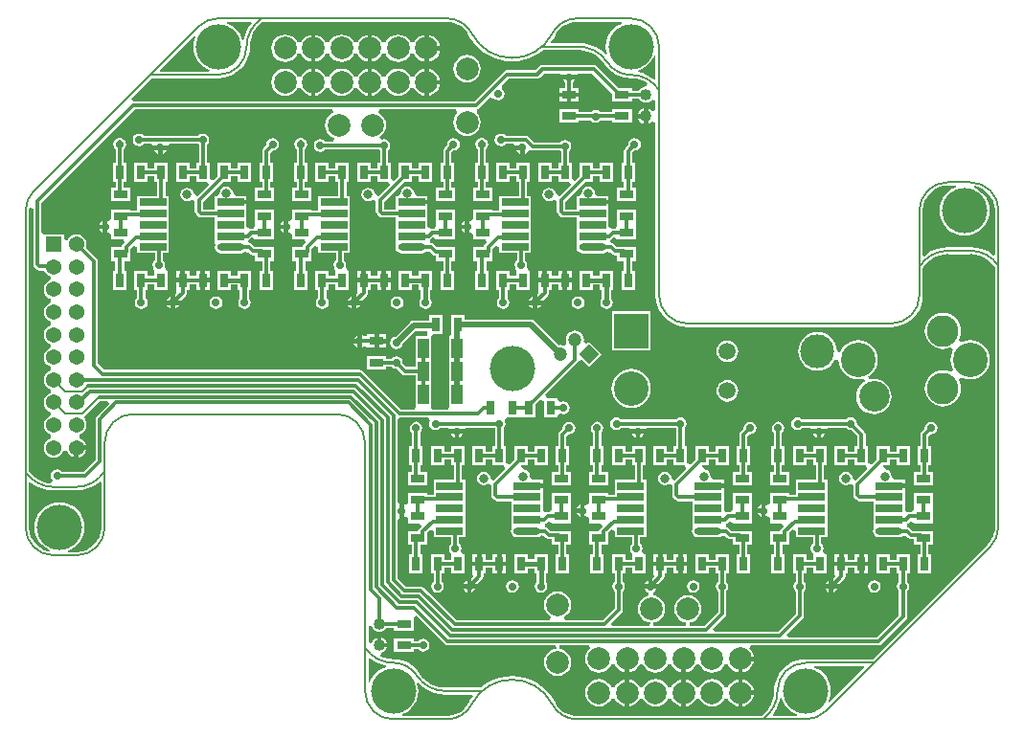
<source format=gtl>
G04*
G04 #@! TF.GenerationSoftware,Altium Limited,Altium Designer,20.1.10 (176)*
G04*
G04 Layer_Physical_Order=1*
G04 Layer_Color=5064179*
%FSAX42Y42*%
%MOMM*%
G71*
G04*
G04 #@! TF.SameCoordinates,3E3C1568-8D71-4774-938C-B5280475AE13*
G04*
G04*
G04 #@! TF.FilePolarity,Positive*
G04*
G01*
G75*
%ADD12C,0.20*%
%ADD15C,0.40*%
%ADD36R,1.30X0.80*%
%ADD37R,1.00X1.70*%
%ADD38R,0.80X1.30*%
%ADD39R,2.41X0.64*%
%ADD40O,2.41X0.64*%
%ADD41C,0.30*%
%ADD42C,0.50*%
%ADD43C,0.38*%
%ADD44C,3.05*%
%ADD45C,2.79*%
%ADD46R,3.05X3.05*%
%ADD47C,1.37*%
%ADD48R,1.37X1.37*%
%ADD49C,1.20*%
%ADD50P,1.70X4X270.0*%
%ADD51C,1.02*%
%ADD52C,0.80*%
%ADD53C,1.50*%
%ADD54C,0.70*%
%ADD55C,2.70*%
%ADD56C,3.00*%
%ADD57C,2.00*%
%ADD58C,4.00*%
G36*
X005370Y006302D02*
X005362Y006299D01*
X005324Y006279D01*
X005290Y006251D01*
X005263Y006218D01*
X005242Y006180D01*
X005230Y006138D01*
X005226Y006095D01*
X005230Y006052D01*
X005237Y006029D01*
X005226Y006022D01*
X005220Y006029D01*
X005180Y006063D01*
X005136Y006090D01*
X005088Y006110D01*
X005037Y006122D01*
X004986Y006126D01*
X004963Y006124D01*
X004961Y006125D01*
X004748D01*
X004742Y006137D01*
X004770Y006180D01*
X004773Y006185D01*
X004779Y006196D01*
X004779D01*
X004779Y006196D01*
X004791Y006217D01*
X004818Y006250D01*
X004851Y006278D01*
X004889Y006298D01*
X004930Y006311D01*
X004961Y006314D01*
X004973Y006314D01*
Y006314D01*
X004973Y006314D01*
X005368D01*
X005370Y006302D01*
D02*
G37*
G36*
X002094Y006303D02*
X002083Y006290D01*
X002056Y006245D01*
X002036Y006197D01*
X002025Y006154D01*
X002012Y006154D01*
X002004Y006180D01*
X001984Y006218D01*
X001957Y006251D01*
X001923Y006279D01*
X001885Y006299D01*
X001877Y006302D01*
X001879Y006314D01*
X002089D01*
X002094Y006303D01*
D02*
G37*
G36*
X001600Y006187D02*
X001596Y006180D01*
X001583Y006138D01*
X001579Y006095D01*
X001583Y006052D01*
X001596Y006010D01*
X001616Y005972D01*
X001644Y005939D01*
X001677Y005911D01*
X001716Y005891D01*
X001723Y005889D01*
X001721Y005876D01*
X001287D01*
X001282Y005888D01*
X001590Y006195D01*
X001600Y006187D01*
D02*
G37*
G36*
X005666Y006017D02*
Y005807D01*
X005655Y005801D01*
X005641Y005813D01*
X005597Y005840D01*
X005549Y005860D01*
X005507Y005870D01*
X005506Y005883D01*
X005531Y005891D01*
X005569Y005911D01*
X005603Y005939D01*
X005630Y005972D01*
X005651Y006010D01*
X005653Y006019D01*
X005666Y006017D01*
D02*
G37*
G36*
X003820Y006314D02*
Y006314D01*
X003849Y006312D01*
X003863Y006311D01*
X003904Y006298D01*
X003942Y006278D01*
X003975Y006250D01*
X004000Y006220D01*
X004014Y006196D01*
X004023Y006180D01*
X004029Y006172D01*
X004055Y006133D01*
X004092Y006090D01*
X004134Y006053D01*
X004181Y006022D01*
X004232Y005997D01*
X004285Y005979D01*
X004340Y005968D01*
X004397Y005964D01*
X004453Y005968D01*
X004508Y005979D01*
X004562Y005997D01*
X004612Y006022D01*
X004659Y006053D01*
X004671Y006063D01*
X004934D01*
X004964Y006063D01*
X004964Y006063D01*
X004993Y006064D01*
X005028Y006061D01*
X005069Y006051D01*
X005108Y006035D01*
X005144Y006013D01*
X005176Y005986D01*
X005194Y005965D01*
X005211Y005942D01*
X005219Y005930D01*
X005229Y005919D01*
X005248Y005896D01*
X005282Y005868D01*
X005319Y005845D01*
X005360Y005828D01*
X005403Y005818D01*
X005447Y005814D01*
Y005814D01*
X005476Y005812D01*
X005489Y005811D01*
X005530Y005801D01*
X005569Y005785D01*
X005594Y005770D01*
X005584Y005741D01*
X005580Y005741D01*
X005562Y005739D01*
X005544Y005732D01*
X005530Y005720D01*
X005518Y005706D01*
X005518Y005706D01*
X005455D01*
Y005730D01*
X005335D01*
X005145Y005920D01*
X005134Y005928D01*
X005120Y005931D01*
X004929D01*
X004929Y005931D01*
X004662D01*
X004649Y005928D01*
X004637Y005920D01*
X004603Y005886D01*
X004351D01*
X004337Y005883D01*
X004326Y005875D01*
X004180Y005729D01*
X004180Y005729D01*
X004061Y005611D01*
X001050D01*
X001048Y005610D01*
X001033Y005638D01*
X001210Y005815D01*
X001800D01*
X001801Y005814D01*
Y005814D01*
X001844Y005818D01*
X001887Y005828D01*
X001928Y005845D01*
X001966Y005868D01*
X001999Y005896D01*
X002028Y005930D01*
X002051Y005968D01*
X002068Y006008D01*
X002078Y006051D01*
X002081Y006095D01*
X002081D01*
X002083Y006124D01*
X002084Y006137D01*
X002094Y006178D01*
X002110Y006217D01*
X002132Y006253D01*
X002160Y006286D01*
X002192Y006313D01*
X002194Y006314D01*
X003820D01*
X003820Y006314D01*
D02*
G37*
G36*
X004834Y005845D02*
X004966D01*
X004977Y005859D01*
X005105D01*
X005285Y005680D01*
Y005610D01*
X005455D01*
Y005634D01*
X005518D01*
X005518Y005634D01*
X005530Y005620D01*
X005544Y005608D01*
X005562Y005601D01*
X005580Y005599D01*
X005598Y005601D01*
X005616Y005608D01*
X005630Y005620D01*
X005636Y005627D01*
X005666Y005618D01*
Y005532D01*
X005636Y005523D01*
X005630Y005530D01*
X005616Y005541D01*
X005600Y005548D01*
Y005479D01*
Y005411D01*
X005616Y005418D01*
X005630Y005429D01*
X005636Y005436D01*
X005666Y005427D01*
Y003895D01*
X005666Y003895D01*
X005666D01*
X005669Y003851D01*
X005680Y003808D01*
X005696Y003767D01*
X005719Y003730D01*
X005748Y003696D01*
X005782Y003668D01*
X005819Y003645D01*
X005860Y003628D01*
X005903Y003618D01*
X005947Y003614D01*
Y003614D01*
X005947Y003614D01*
X007747D01*
X007747Y003614D01*
Y003614D01*
X007791Y003618D01*
X007833Y003628D01*
X007874Y003645D01*
X007912Y003668D01*
X007945Y003696D01*
X007974Y003730D01*
X007997Y003767D01*
X008014Y003808D01*
X008024Y003851D01*
X008028Y003895D01*
X008027D01*
X008027Y003895D01*
Y004138D01*
X008034Y004148D01*
X008061Y004181D01*
X008093Y004208D01*
X008129Y004230D01*
X008168Y004246D01*
X008209Y004256D01*
X008251Y004260D01*
X008252Y004259D01*
X008447D01*
X008447Y004260D01*
X008489Y004256D01*
X008530Y004246D01*
X008569Y004230D01*
X008605Y004208D01*
X008637Y004181D01*
X008665Y004148D01*
X008666Y004146D01*
Y001849D01*
X008666Y001849D01*
X008666D01*
X008664Y001820D01*
X008662Y001806D01*
X008650Y001764D01*
X008629Y001726D01*
X008621Y001716D01*
X008602Y001693D01*
X008581Y001672D01*
X007585Y000676D01*
X007573Y000675D01*
X007572Y000676D01*
X006993D01*
Y000676D01*
X006949Y000672D01*
X006906Y000662D01*
X006866Y000645D01*
X006828Y000622D01*
X006794Y000594D01*
X006766Y000560D01*
X006743Y000523D01*
X006726Y000482D01*
X006716Y000439D01*
X006712Y000395D01*
X006712D01*
X006710Y000366D01*
X006709Y000353D01*
X006699Y000312D01*
X006683Y000273D01*
X006661Y000237D01*
X006634Y000204D01*
X006602Y000177D01*
X006599Y000176D01*
X004973D01*
X004973Y000176D01*
Y000176D01*
X004944Y000178D01*
X004930Y000179D01*
X004889Y000192D01*
X004851Y000212D01*
X004818Y000240D01*
X004793Y000270D01*
X004779Y000294D01*
X004770Y000310D01*
X004765Y000318D01*
X004739Y000357D01*
X004701Y000400D01*
X004659Y000437D01*
X004612Y000468D01*
X004562Y000493D01*
X004508Y000511D01*
X004453Y000522D01*
X004397Y000526D01*
X004340Y000522D01*
X004285Y000511D01*
X004232Y000493D01*
X004181Y000468D01*
X004134Y000437D01*
X004121Y000426D01*
X003838D01*
X003808Y000426D01*
X003808Y000426D01*
X003808Y000426D01*
Y000426D01*
X003779Y000428D01*
X003765Y000429D01*
X003724Y000439D01*
X003685Y000455D01*
X003649Y000477D01*
X003617Y000504D01*
X003600Y000525D01*
X003582Y000548D01*
X003574Y000560D01*
X003564Y000571D01*
X003545Y000594D01*
X003512Y000622D01*
X003474Y000645D01*
X003433Y000662D01*
X003391Y000672D01*
X003347Y000676D01*
X003317Y000678D01*
X003304Y000679D01*
X003263Y000689D01*
X003236Y000700D01*
X003240Y000731D01*
X003243Y000731D01*
X003261Y000738D01*
X003275Y000750D01*
X003287Y000764D01*
X003293Y000780D01*
X003225D01*
Y000800D01*
X003205D01*
Y000868D01*
X003189Y000862D01*
X003175Y000850D01*
X003163Y000836D01*
X003156Y000818D01*
X003127Y000824D01*
Y000966D01*
X003156Y000972D01*
X003163Y000955D01*
X003175Y000940D01*
X003189Y000929D01*
X003207Y000922D01*
X003225Y000919D01*
X003243Y000922D01*
X003261Y000929D01*
X003275Y000940D01*
X003287Y000955D01*
X003355D01*
Y000930D01*
X003525D01*
Y001046D01*
X003549Y001065D01*
X003804Y000810D01*
X003815Y000802D01*
X003829Y000799D01*
X004755D01*
X004785Y000799D01*
Y000799D01*
D01*
X004787Y000769D01*
X004784Y000769D01*
X004769Y000767D01*
X004739Y000755D01*
X004714Y000736D01*
X004695Y000711D01*
X004683Y000681D01*
X004679Y000650D01*
X004683Y000619D01*
X004695Y000589D01*
X004714Y000564D01*
X004739Y000545D01*
X004769Y000533D01*
X004800Y000529D01*
X004831Y000533D01*
X004861Y000545D01*
X004886Y000564D01*
X004905Y000589D01*
X004917Y000619D01*
X004921Y000650D01*
X004917Y000681D01*
X004905Y000711D01*
X004886Y000736D01*
X004861Y000755D01*
X004831Y000767D01*
X004816Y000769D01*
X004813Y000769D01*
X004815Y000799D01*
X004845Y000799D01*
X005074D01*
X005084Y000769D01*
X005079Y000766D01*
X005060Y000741D01*
X005048Y000711D01*
X005044Y000680D01*
X005048Y000649D01*
X005060Y000619D01*
X005079Y000594D01*
X005104Y000575D01*
X005134Y000563D01*
X005165Y000559D01*
X005196Y000563D01*
X005226Y000575D01*
X005251Y000594D01*
X005270Y000619D01*
X005274Y000629D01*
X005306D01*
X005310Y000619D01*
X005329Y000594D01*
X005354Y000575D01*
X005384Y000563D01*
X005395Y000562D01*
Y000680D01*
X005435D01*
Y000562D01*
X005446Y000563D01*
X005476Y000575D01*
X005501Y000594D01*
X005520Y000619D01*
X005524Y000629D01*
X005556D01*
X005560Y000619D01*
X005579Y000594D01*
X005604Y000575D01*
X005634Y000563D01*
X005665Y000559D01*
X005696Y000563D01*
X005726Y000575D01*
X005751Y000594D01*
X005770Y000619D01*
X005774Y000629D01*
X005806D01*
X005810Y000619D01*
X005829Y000594D01*
X005854Y000575D01*
X005884Y000563D01*
X005895Y000562D01*
Y000680D01*
X005935D01*
Y000562D01*
X005946Y000563D01*
X005976Y000575D01*
X006001Y000594D01*
X006020Y000619D01*
X006024Y000629D01*
X006056D01*
X006060Y000619D01*
X006079Y000594D01*
X006104Y000575D01*
X006134Y000563D01*
X006165Y000559D01*
X006196Y000563D01*
X006226Y000575D01*
X006251Y000594D01*
X006270Y000619D01*
X006274Y000629D01*
X006306D01*
X006310Y000619D01*
X006329Y000594D01*
X006354Y000575D01*
X006384Y000563D01*
X006395Y000562D01*
Y000680D01*
X006415D01*
Y000700D01*
X006533D01*
X006532Y000711D01*
X006520Y000741D01*
X006501Y000766D01*
X006496Y000769D01*
X006506Y000799D01*
X007635D01*
X007649Y000802D01*
X007660Y000810D01*
X007878Y001027D01*
X007886Y001039D01*
X007888Y001053D01*
Y001278D01*
X007892Y001280D01*
X007905Y001299D01*
X007909Y001320D01*
X007905Y001341D01*
X007892Y001360D01*
X007888Y001362D01*
Y001435D01*
X007913D01*
Y001605D01*
X007793D01*
Y001555D01*
X007734D01*
Y001605D01*
X007614D01*
Y001435D01*
X007734D01*
Y001484D01*
X007793D01*
Y001435D01*
X007817D01*
Y001362D01*
X007813Y001360D01*
X007801Y001341D01*
X007797Y001320D01*
X007801Y001299D01*
X007813Y001280D01*
X007817Y001278D01*
Y001067D01*
X007620Y000871D01*
X006835D01*
X006824Y000898D01*
X006964Y001039D01*
X006972Y001050D01*
X006975Y001064D01*
Y001278D01*
X006979Y001280D01*
X006991Y001299D01*
X006995Y001320D01*
X006991Y001341D01*
X006979Y001360D01*
X006975Y001362D01*
Y001435D01*
X006999D01*
Y001484D01*
X007057D01*
Y001435D01*
X007177D01*
Y001605D01*
X007163D01*
X007146Y001634D01*
X007146Y001635D01*
X007150Y001655D01*
X007146Y001677D01*
X007134Y001695D01*
X007130Y001698D01*
Y001758D01*
X007185D01*
Y001858D01*
Y001958D01*
Y002058D01*
Y002158D01*
Y002262D01*
X007152D01*
Y002390D01*
X007176D01*
Y002560D01*
X007056D01*
Y002511D01*
X006999D01*
Y002560D01*
X006879D01*
Y002390D01*
X006999D01*
Y002439D01*
X007056D01*
Y002390D01*
X007081D01*
Y002262D01*
X006904D01*
Y002134D01*
X006845D01*
Y002147D01*
X006675D01*
Y002055D01*
X006645Y002039D01*
X006641Y002042D01*
X006640Y002042D01*
Y001990D01*
Y001938D01*
X006641Y001938D01*
X006645Y001941D01*
X006675Y001925D01*
Y001880D01*
X006782D01*
X006793Y001852D01*
X006778Y001837D01*
X006769Y001824D01*
X006766Y001810D01*
X006675D01*
Y001690D01*
X006709D01*
Y001605D01*
X006689D01*
Y001435D01*
X006809D01*
Y001605D01*
X006788D01*
Y001690D01*
X006845D01*
Y001767D01*
X006846Y001771D01*
Y001792D01*
X006876Y001822D01*
X006904Y001811D01*
Y001758D01*
X007059D01*
Y001698D01*
X007055Y001695D01*
X007043Y001677D01*
X007038Y001655D01*
X007043Y001634D01*
X007045Y001630D01*
X007057Y001605D01*
Y001555D01*
X006999D01*
Y001605D01*
X006879D01*
Y001435D01*
X006903D01*
Y001362D01*
X006899Y001360D01*
X006887Y001341D01*
X006883Y001320D01*
X006887Y001299D01*
X006899Y001280D01*
X006903Y001278D01*
Y001079D01*
X006745Y000921D01*
X006185D01*
X006174Y000948D01*
X006278Y001052D01*
X006286Y001064D01*
X006288Y001078D01*
Y001278D01*
X006292Y001280D01*
X006305Y001299D01*
X006309Y001320D01*
X006305Y001341D01*
X006292Y001360D01*
X006288Y001362D01*
Y001435D01*
X006313D01*
Y001605D01*
X006193D01*
Y001555D01*
X006134D01*
Y001605D01*
X006014D01*
Y001435D01*
X006134D01*
Y001484D01*
X006193D01*
Y001435D01*
X006217D01*
Y001362D01*
X006213Y001360D01*
X006201Y001341D01*
X006197Y001320D01*
X006201Y001299D01*
X006213Y001280D01*
X006217Y001278D01*
Y001092D01*
X006095Y000971D01*
X005995D01*
X005965Y000971D01*
X005963Y001001D01*
X005966Y001001D01*
X005981Y001003D01*
X006011Y001015D01*
X006036Y001034D01*
X006055Y001059D01*
X006067Y001089D01*
X006071Y001120D01*
X006067Y001151D01*
X006055Y001181D01*
X006036Y001206D01*
X006011Y001225D01*
X005981Y001237D01*
X005950Y001241D01*
X005919Y001237D01*
X005889Y001225D01*
X005864Y001206D01*
X005845Y001181D01*
X005833Y001151D01*
X005829Y001120D01*
X005833Y001089D01*
X005845Y001059D01*
X005864Y001034D01*
X005889Y001015D01*
X005919Y001003D01*
X005934Y001001D01*
X005937Y001001D01*
X005935Y000971D01*
X005905Y000971D01*
X005675D01*
X005645Y000971D01*
X005643Y001001D01*
X005646Y001001D01*
X005661Y001003D01*
X005691Y001015D01*
X005716Y001034D01*
X005735Y001059D01*
X005747Y001089D01*
X005751Y001120D01*
X005747Y001151D01*
X005735Y001181D01*
X005716Y001206D01*
X005691Y001225D01*
X005661Y001237D01*
X005646Y001239D01*
X005642Y001262D01*
X005643Y001270D01*
X005659Y001280D01*
X005671Y001299D01*
X005671Y001300D01*
X005567D01*
X005567Y001299D01*
X005579Y001280D01*
X005598Y001268D01*
X005601Y001267D01*
X005600Y001237D01*
X005599Y001237D01*
X005569Y001225D01*
X005544Y001206D01*
X005525Y001181D01*
X005513Y001151D01*
X005509Y001120D01*
X005513Y001089D01*
X005525Y001059D01*
X005544Y001034D01*
X005569Y001015D01*
X005599Y001003D01*
X005614Y001001D01*
X005617Y001001D01*
X005615Y000971D01*
X005585Y000971D01*
X005285D01*
X005274Y000998D01*
X005364Y001089D01*
X005372Y001100D01*
X005375Y001114D01*
Y001278D01*
X005379Y001280D01*
X005391Y001299D01*
X005395Y001320D01*
X005391Y001341D01*
X005379Y001360D01*
X005375Y001362D01*
Y001435D01*
X005399D01*
Y001484D01*
X005457D01*
Y001435D01*
X005577D01*
Y001605D01*
X005563D01*
X005546Y001634D01*
X005546Y001635D01*
X005550Y001655D01*
X005546Y001677D01*
X005534Y001695D01*
X005530Y001698D01*
Y001758D01*
X005585D01*
Y001858D01*
Y001958D01*
Y002058D01*
Y002158D01*
Y002262D01*
X005552D01*
Y002390D01*
X005576D01*
Y002560D01*
X005456D01*
Y002511D01*
X005399D01*
Y002560D01*
X005279D01*
Y002390D01*
X005399D01*
Y002439D01*
X005456D01*
Y002390D01*
X005481D01*
Y002262D01*
X005304D01*
Y002134D01*
X005245D01*
Y002147D01*
X005075D01*
Y002055D01*
X005045Y002039D01*
X005041Y002042D01*
X005040Y002042D01*
Y001990D01*
Y001938D01*
X005041Y001938D01*
X005045Y001941D01*
X005075Y001925D01*
Y001880D01*
X005182D01*
X005193Y001852D01*
X005178Y001837D01*
X005169Y001824D01*
X005166Y001810D01*
X005075D01*
Y001690D01*
X005109D01*
Y001605D01*
X005089D01*
Y001435D01*
X005209D01*
Y001605D01*
X005188D01*
Y001690D01*
X005245D01*
Y001767D01*
X005246Y001771D01*
Y001792D01*
X005276Y001822D01*
X005304Y001811D01*
Y001758D01*
X005459D01*
Y001698D01*
X005455Y001695D01*
X005443Y001677D01*
X005438Y001655D01*
X005443Y001634D01*
X005445Y001630D01*
X005457Y001605D01*
Y001555D01*
X005399D01*
Y001605D01*
X005279D01*
Y001435D01*
X005303D01*
Y001362D01*
X005299Y001360D01*
X005287Y001341D01*
X005283Y001320D01*
X005287Y001299D01*
X005299Y001280D01*
X005303Y001278D01*
Y001129D01*
X005195Y001021D01*
X004868D01*
X004861Y001049D01*
X004861Y001051D01*
X004886Y001069D01*
X004905Y001094D01*
X004917Y001124D01*
X004921Y001155D01*
X004917Y001186D01*
X004905Y001216D01*
X004886Y001241D01*
X004861Y001260D01*
X004831Y001272D01*
X004800Y001276D01*
X004769Y001272D01*
X004739Y001260D01*
X004714Y001241D01*
X004695Y001216D01*
X004683Y001186D01*
X004679Y001155D01*
X004683Y001124D01*
X004695Y001094D01*
X004714Y001069D01*
X004739Y001051D01*
X004739Y001049D01*
X004732Y001021D01*
X003906D01*
X003617Y001310D01*
X003605Y001318D01*
X003591Y001321D01*
X003456D01*
X003386Y001391D01*
Y001913D01*
X003400Y001924D01*
Y001990D01*
Y002056D01*
X003386Y002067D01*
Y002787D01*
X003404Y002814D01*
X003654D01*
X003670Y002784D01*
X003668Y002781D01*
X003664Y002760D01*
X003668Y002739D01*
X003680Y002720D01*
X003699Y002708D01*
X003720Y002704D01*
X003741Y002708D01*
X003760Y002720D01*
X003762Y002724D01*
X003832D01*
X003843Y002710D01*
X003975D01*
X003986Y002724D01*
X004243D01*
X004245Y002720D01*
X004249Y002718D01*
Y002560D01*
X004225D01*
Y002511D01*
X004166D01*
Y002560D01*
X004046D01*
Y002390D01*
X004166D01*
Y002439D01*
X004225D01*
Y002390D01*
X004322D01*
X004334Y002360D01*
X004235Y002260D01*
X004207Y002275D01*
X004207Y002276D01*
X004203Y002299D01*
X004189Y002319D01*
X004169Y002333D01*
X004146Y002337D01*
X004123Y002333D01*
X004103Y002319D01*
X004089Y002299D01*
X004085Y002276D01*
X004089Y002253D01*
X004103Y002233D01*
X004123Y002220D01*
X004146Y002215D01*
X004169Y002220D01*
X004185Y002230D01*
X004193Y002229D01*
X004199Y002226D01*
X004214Y002216D01*
Y002128D01*
X004217Y002114D01*
X004225Y002102D01*
X004242Y002085D01*
X004254Y002077D01*
X004268Y002074D01*
X004389D01*
Y001958D01*
Y001858D01*
X004389D01*
X004392Y001829D01*
X004392Y001828D01*
X004388Y001810D01*
X004392Y001790D01*
X004404Y001773D01*
X004421Y001761D01*
X004441Y001757D01*
X004619D01*
X004639Y001761D01*
X004656Y001773D01*
X004684Y001766D01*
X004700Y001750D01*
X004711Y001742D01*
X004725Y001739D01*
X004745D01*
Y001690D01*
X004807D01*
Y001605D01*
X004783D01*
Y001435D01*
X004903D01*
Y001605D01*
X004878D01*
Y001690D01*
X004915D01*
Y001810D01*
X004808D01*
X004805Y001811D01*
X004740D01*
X004715Y001835D01*
X004704Y001843D01*
X004695Y001845D01*
X004692Y001846D01*
X004688Y001876D01*
X004694Y001877D01*
X004705Y001885D01*
X004715Y001895D01*
X004745Y001882D01*
Y001880D01*
X004915D01*
Y002000D01*
X004915D01*
Y002027D01*
X004915D01*
Y002147D01*
X004745D01*
Y002027D01*
X004745D01*
Y002006D01*
X004731Y001976D01*
X004710D01*
X004701Y001974D01*
X004689Y001979D01*
X004671Y001992D01*
Y002058D01*
Y002158D01*
Y002190D01*
X004530D01*
Y002230D01*
X004671D01*
Y002262D01*
X004575D01*
X004553Y002292D01*
X004553Y002295D01*
X004549Y002318D01*
X004535Y002338D01*
X004516Y002352D01*
X004492Y002356D01*
X004474Y002383D01*
X004478Y002390D01*
X004535D01*
Y002439D01*
X004593D01*
Y002390D01*
X004713D01*
Y002560D01*
X004593D01*
Y002511D01*
X004535D01*
Y002560D01*
X004415D01*
Y002440D01*
X004375Y002400D01*
X004345Y002413D01*
Y002560D01*
X004321D01*
Y002718D01*
X004324Y002720D01*
X004337Y002739D01*
X004341Y002760D01*
X004337Y002781D01*
X004332Y002788D01*
X004350Y002815D01*
X004460D01*
Y002815D01*
X004488D01*
Y002815D01*
X004608D01*
Y002932D01*
X004648Y002972D01*
X004678Y002960D01*
Y002815D01*
X004798D01*
Y002833D01*
X004828Y002849D01*
X004829Y002848D01*
X004850Y002844D01*
X004871Y002848D01*
X004890Y002860D01*
X004902Y002879D01*
X004906Y002900D01*
X004902Y002921D01*
X004890Y002940D01*
X004871Y002952D01*
X004850Y002956D01*
X004829Y002952D01*
X004828Y002951D01*
X004798Y002967D01*
Y002985D01*
X004703D01*
X004690Y003015D01*
X004977Y003302D01*
X004985Y003313D01*
X004985Y003313D01*
X005016Y003324D01*
X005079Y003262D01*
X005192Y003375D01*
X005079Y003488D01*
X005056Y003465D01*
X005031Y003481D01*
X005030Y003482D01*
X005033Y003502D01*
X005030Y003523D01*
X005022Y003542D01*
X005009Y003559D01*
X004992Y003572D01*
X004973Y003580D01*
X004952Y003583D01*
X004931Y003580D01*
X004912Y003572D01*
X004895Y003559D01*
X004882Y003542D01*
X004874Y003523D01*
X004871Y003502D01*
X004874Y003481D01*
X004878Y003471D01*
X004856Y003449D01*
X004846Y003453D01*
X004825Y003456D01*
X004811Y003454D01*
X004597Y003667D01*
X004583Y003677D01*
X004565Y003681D01*
X003975D01*
Y003720D01*
X003855D01*
Y003550D01*
X003842Y003534D01*
X003842D01*
Y003324D01*
Y003118D01*
Y002916D01*
X003842Y002912D01*
X003833Y002886D01*
X003692D01*
X003682Y002912D01*
X003682Y002916D01*
Y003118D01*
Y003324D01*
Y003520D01*
X003682Y003534D01*
X003706Y003550D01*
X003785D01*
Y003720D01*
X003665D01*
Y003671D01*
X003525D01*
X003507Y003667D01*
X003493Y003657D01*
X003364Y003529D01*
X003354Y003527D01*
X003335Y003515D01*
X003323Y003496D01*
X003319Y003475D01*
X003323Y003454D01*
X003335Y003435D01*
X003354Y003423D01*
X003375Y003419D01*
X003396Y003423D01*
X003415Y003435D01*
X003427Y003454D01*
X003429Y003464D01*
X003544Y003579D01*
X003644D01*
X003648Y003575D01*
X003645Y003536D01*
X003642Y003534D01*
X003542D01*
Y003324D01*
Y003261D01*
X003465D01*
X003430Y003295D01*
X003431Y003300D01*
X003427Y003321D01*
X003415Y003340D01*
X003396Y003352D01*
X003375Y003356D01*
X003354Y003352D01*
X003335Y003340D01*
X003333Y003336D01*
X003285D01*
Y003360D01*
X003115D01*
Y003240D01*
X003285D01*
Y003264D01*
X003333D01*
X003335Y003260D01*
X003354Y003248D01*
X003375Y003244D01*
X003380Y003245D01*
X003425Y003200D01*
X003436Y003192D01*
X003450Y003189D01*
X003542D01*
Y003118D01*
Y002916D01*
X003542Y002912D01*
X003533Y002886D01*
X003418D01*
X003079Y003225D01*
X003067Y003233D01*
X003054Y003236D01*
X000790D01*
X000736Y003290D01*
Y004193D01*
X000733Y004207D01*
X000725Y004219D01*
X000629Y004315D01*
X000633Y004324D01*
X000636Y004347D01*
X000633Y004370D01*
X000624Y004391D01*
X000610Y004410D01*
X000591Y004424D01*
X000570Y004433D01*
X000547Y004436D01*
X000523Y004433D01*
X000502Y004424D01*
X000483Y004410D01*
X000469Y004391D01*
X000465Y004382D01*
X000435Y004388D01*
Y004435D01*
X000266D01*
X000258Y004435D01*
X000236Y004454D01*
Y004710D01*
X001065Y005539D01*
X002809D01*
X002815Y005509D01*
X002804Y005505D01*
X002779Y005486D01*
X002760Y005461D01*
X002748Y005431D01*
X002744Y005400D01*
X002748Y005369D01*
X002760Y005339D01*
X002779Y005314D01*
X002804Y005295D01*
X002827Y005286D01*
X002821Y005256D01*
X002742D01*
X002740Y005260D01*
X002721Y005272D01*
X002700Y005276D01*
X002679Y005272D01*
X002660Y005260D01*
X002648Y005241D01*
X002644Y005220D01*
X002648Y005199D01*
X002660Y005180D01*
X002679Y005168D01*
X002700Y005164D01*
X002721Y005168D01*
X002740Y005180D01*
X002742Y005184D01*
X003223D01*
X003225Y005180D01*
X003229Y005178D01*
Y005070D01*
X003205D01*
Y005021D01*
X003146D01*
Y005070D01*
X003026D01*
Y004900D01*
X003146D01*
Y004949D01*
X003205D01*
Y004900D01*
X003302D01*
X003314Y004870D01*
X003215Y004770D01*
X003187Y004785D01*
X003187Y004786D01*
X003183Y004809D01*
X003169Y004829D01*
X003149Y004843D01*
X003126Y004847D01*
X003103Y004843D01*
X003083Y004829D01*
X003069Y004809D01*
X003065Y004786D01*
X003069Y004763D01*
X003083Y004743D01*
X003103Y004730D01*
X003126Y004725D01*
X003149Y004730D01*
X003165Y004740D01*
X003173Y004739D01*
X003179Y004736D01*
X003194Y004726D01*
Y004638D01*
X003197Y004624D01*
X003205Y004612D01*
X003222Y004595D01*
X003234Y004587D01*
X003248Y004584D01*
X003369D01*
Y004468D01*
Y004368D01*
X003369D01*
X003372Y004339D01*
X003372Y004338D01*
X003368Y004320D01*
X003372Y004300D01*
X003384Y004283D01*
X003401Y004271D01*
X003421Y004267D01*
X003599D01*
X003619Y004271D01*
X003636Y004283D01*
X003665Y004284D01*
X003695Y004254D01*
X003707Y004246D01*
X003721Y004244D01*
X003725D01*
Y004200D01*
X003787D01*
Y004115D01*
X003763D01*
Y003945D01*
X003883D01*
Y004115D01*
X003858D01*
Y004200D01*
X003895D01*
Y004320D01*
X003730D01*
X003705Y004345D01*
X003694Y004353D01*
X003680Y004356D01*
X003675D01*
X003674Y004356D01*
X003670Y004386D01*
X003674Y004387D01*
X003685Y004395D01*
X003695Y004405D01*
X003725Y004392D01*
Y004390D01*
X003895D01*
Y004510D01*
X003895D01*
Y004537D01*
X003895D01*
Y004657D01*
X003725D01*
Y004537D01*
X003725D01*
Y004516D01*
X003711Y004486D01*
X003690D01*
X003681Y004484D01*
X003669Y004489D01*
X003651Y004502D01*
Y004568D01*
Y004668D01*
Y004700D01*
X003510D01*
Y004740D01*
X003651D01*
Y004772D01*
X003552D01*
X003533Y004795D01*
X003533Y004795D01*
X003529Y004818D01*
X003515Y004838D01*
X003496Y004852D01*
X003472Y004856D01*
X003449Y004852D01*
X003429Y004838D01*
X003416Y004818D01*
X003411Y004795D01*
X003411Y004795D01*
X003392Y004772D01*
X003369D01*
Y004656D01*
X003266D01*
Y004720D01*
X003445Y004900D01*
X003515D01*
Y004949D01*
X003573D01*
Y004900D01*
X003693D01*
Y005070D01*
X003573D01*
Y005021D01*
X003515D01*
Y005070D01*
X003395D01*
Y004950D01*
X003355Y004910D01*
X003325Y004923D01*
Y005070D01*
X003301D01*
Y005178D01*
X003304Y005180D01*
X003317Y005199D01*
X003321Y005220D01*
X003317Y005241D01*
X003304Y005260D01*
X003286Y005272D01*
X003265Y005276D01*
X003243Y005272D01*
X003228Y005297D01*
X003251Y005314D01*
X003270Y005339D01*
X003282Y005369D01*
X003286Y005400D01*
X003282Y005431D01*
X003270Y005461D01*
X003251Y005486D01*
X003226Y005505D01*
X003215Y005509D01*
X003221Y005539D01*
X003903D01*
X003913Y005515D01*
X003913Y005509D01*
X003895Y005486D01*
X003883Y005456D01*
X003879Y005425D01*
X003883Y005394D01*
X003895Y005364D01*
X003914Y005339D01*
X003939Y005320D01*
X003969Y005308D01*
X004000Y005304D01*
X004031Y005308D01*
X004061Y005320D01*
X004086Y005339D01*
X004105Y005364D01*
X004117Y005394D01*
X004121Y005425D01*
X004117Y005456D01*
X004105Y005486D01*
X004086Y005511D01*
X004086Y005511D01*
X004089Y005539D01*
X004092Y005544D01*
X004101Y005550D01*
X004197Y005645D01*
X004233Y005639D01*
X004235Y005635D01*
X004254Y005623D01*
X004275Y005619D01*
X004296Y005623D01*
X004315Y005635D01*
X004327Y005654D01*
X004331Y005675D01*
X004327Y005696D01*
X004315Y005715D01*
X004311Y005717D01*
X004305Y005753D01*
X004366Y005814D01*
X004617D01*
X004631Y005817D01*
X004643Y005825D01*
X004677Y005859D01*
X004823D01*
X004834Y005845D01*
D02*
G37*
G36*
X008320Y004852D02*
X008312Y004849D01*
X008274Y004829D01*
X008240Y004801D01*
X008213Y004768D01*
X008192Y004730D01*
X008180Y004688D01*
X008176Y004645D01*
X008180Y004602D01*
X008192Y004560D01*
X008213Y004522D01*
X008240Y004489D01*
X008274Y004461D01*
X008312Y004441D01*
X008354Y004428D01*
X008397Y004424D01*
X008440Y004428D01*
X008481Y004441D01*
X008519Y004461D01*
X008553Y004489D01*
X008580Y004522D01*
X008601Y004560D01*
X008613Y004602D01*
X008618Y004645D01*
X008613Y004688D01*
X008601Y004730D01*
X008580Y004768D01*
X008553Y004801D01*
X008519Y004829D01*
X008481Y004849D01*
X008485Y004861D01*
X008490Y004861D01*
X008531Y004848D01*
X008569Y004828D01*
X008602Y004800D01*
X008629Y004767D01*
X008650Y004729D01*
X008662Y004688D01*
X008665Y004657D01*
X008666Y004645D01*
X008666D01*
X008666Y004645D01*
Y004252D01*
X008655Y004246D01*
X008641Y004258D01*
X008597Y004285D01*
X008549Y004305D01*
X008498Y004317D01*
X008447Y004321D01*
Y004321D01*
X008447Y004321D01*
X008252D01*
X008252Y004321D01*
Y004321D01*
X008200Y004317D01*
X008149Y004305D01*
X008101Y004285D01*
X008057Y004258D01*
X008039Y004242D01*
X008027Y004247D01*
Y004645D01*
X008027Y004645D01*
X008027D01*
X008028Y004657D01*
X008031Y004688D01*
X008044Y004729D01*
X008064Y004767D01*
X008091Y004800D01*
X008125Y004828D01*
X008163Y004848D01*
X008204Y004861D01*
X008234Y004864D01*
X008247Y004864D01*
Y004864D01*
X008247Y004864D01*
X008318D01*
X008320Y004852D01*
D02*
G37*
G36*
X000164Y004659D02*
Y004168D01*
X000167Y004154D01*
X000175Y004142D01*
X000192Y004125D01*
X000204Y004117D01*
X000218Y004114D01*
X000264D01*
X000269Y004102D01*
X000283Y004084D01*
X000302Y004069D01*
X000319Y004062D01*
X000321Y004047D01*
X000319Y004031D01*
X000302Y004024D01*
X000283Y004010D01*
X000269Y003991D01*
X000260Y003970D01*
X000257Y003947D01*
X000260Y003924D01*
X000269Y003902D01*
X000283Y003884D01*
X000302Y003869D01*
X000319Y003862D01*
X000321Y003847D01*
X000319Y003831D01*
X000302Y003824D01*
X000283Y003810D01*
X000269Y003791D01*
X000260Y003770D01*
X000257Y003747D01*
X000260Y003724D01*
X000269Y003702D01*
X000283Y003684D01*
X000302Y003669D01*
X000319Y003662D01*
X000321Y003647D01*
X000319Y003631D01*
X000302Y003624D01*
X000283Y003610D01*
X000269Y003591D01*
X000260Y003570D01*
X000257Y003547D01*
X000260Y003524D01*
X000269Y003502D01*
X000283Y003484D01*
X000302Y003469D01*
X000319Y003462D01*
X000321Y003447D01*
X000319Y003431D01*
X000302Y003424D01*
X000283Y003410D01*
X000269Y003391D01*
X000260Y003370D01*
X000257Y003347D01*
X000260Y003324D01*
X000269Y003302D01*
X000283Y003284D01*
X000302Y003269D01*
X000319Y003262D01*
X000321Y003247D01*
X000319Y003231D01*
X000302Y003224D01*
X000283Y003210D01*
X000269Y003191D01*
X000260Y003170D01*
X000257Y003147D01*
X000260Y003124D01*
X000269Y003102D01*
X000283Y003084D01*
X000302Y003069D01*
X000319Y003062D01*
X000321Y003047D01*
X000319Y003031D01*
X000302Y003024D01*
X000283Y003010D01*
X000269Y002991D01*
X000260Y002970D01*
X000257Y002947D01*
X000260Y002924D01*
X000269Y002902D01*
X000283Y002884D01*
X000302Y002869D01*
X000319Y002862D01*
X000321Y002847D01*
X000319Y002831D01*
X000302Y002824D01*
X000283Y002810D01*
X000269Y002791D01*
X000260Y002770D01*
X000257Y002747D01*
X000260Y002724D01*
X000269Y002702D01*
X000283Y002684D01*
X000302Y002669D01*
X000319Y002662D01*
X000321Y002647D01*
X000319Y002631D01*
X000302Y002624D01*
X000283Y002610D01*
X000269Y002591D01*
X000260Y002570D01*
X000257Y002547D01*
X000260Y002524D01*
X000269Y002502D01*
X000283Y002484D01*
X000302Y002469D01*
X000323Y002460D01*
X000347Y002457D01*
X000370Y002460D01*
X000391Y002469D01*
X000410Y002484D01*
X000424Y002502D01*
X000431Y002519D01*
X000447Y002522D01*
X000462Y002519D01*
X000469Y002502D01*
X000483Y002484D01*
X000502Y002469D01*
X000523Y002460D01*
X000527Y002460D01*
Y002547D01*
X000547D01*
Y002567D01*
X000633D01*
X000633Y002570D01*
X000624Y002591D01*
X000610Y002610D01*
X000591Y002624D01*
X000574Y002631D01*
X000572Y002647D01*
X000574Y002662D01*
X000591Y002669D01*
X000610Y002684D01*
X000624Y002702D01*
X000633Y002724D01*
X000636Y002747D01*
X000633Y002770D01*
X000624Y002791D01*
X000622Y002794D01*
X000620Y002824D01*
X000627Y002834D01*
X000754Y002961D01*
X000821D01*
X000833Y002933D01*
X000725Y002825D01*
X000717Y002814D01*
X000714Y002800D01*
Y002440D01*
X000610Y002336D01*
X000417D01*
X000415Y002340D01*
X000396Y002352D01*
X000375Y002356D01*
X000354Y002352D01*
X000335Y002340D01*
X000323Y002321D01*
X000319Y002300D01*
X000323Y002279D01*
X000335Y002261D01*
X000333Y002255D01*
X000323Y002232D01*
X000304Y002234D01*
X000263Y002244D01*
X000224Y002260D01*
X000188Y002282D01*
X000156Y002309D01*
X000129Y002342D01*
X000127Y002344D01*
Y004611D01*
X000127Y004641D01*
X000132Y004670D01*
X000134Y004674D01*
X000134Y004674D01*
X000164Y004659D01*
D02*
G37*
G36*
X000766Y002243D02*
Y001845D01*
X000766Y001845D01*
X000766D01*
X000765Y001833D01*
X000762Y001802D01*
X000750Y001761D01*
X000729Y001723D01*
X000702Y001690D01*
X000669Y001662D01*
X000631Y001642D01*
X000590Y001629D01*
X000559Y001626D01*
X000547Y001626D01*
Y001626D01*
X000547Y001626D01*
X000475D01*
X000473Y001638D01*
X000481Y001641D01*
X000519Y001661D01*
X000553Y001689D01*
X000580Y001722D01*
X000601Y001760D01*
X000613Y001802D01*
X000618Y001845D01*
X000613Y001888D01*
X000601Y001930D01*
X000580Y001968D01*
X000553Y002001D01*
X000519Y002029D01*
X000481Y002049D01*
X000440Y002062D01*
X000397Y002066D01*
X000354Y002062D01*
X000312Y002049D01*
X000274Y002029D01*
X000240Y002001D01*
X000213Y001968D01*
X000192Y001930D01*
X000180Y001888D01*
X000176Y001845D01*
X000180Y001802D01*
X000192Y001760D01*
X000213Y001722D01*
X000240Y001689D01*
X000274Y001661D01*
X000312Y001641D01*
X000308Y001629D01*
X000304Y001629D01*
X000263Y001642D01*
X000225Y001662D01*
X000191Y001690D01*
X000164Y001723D01*
X000144Y001761D01*
X000131Y001802D01*
X000128Y001833D01*
X000127Y001845D01*
X000127D01*
X000127Y001845D01*
Y002238D01*
X000139Y002244D01*
X000152Y002232D01*
X000196Y002205D01*
X000244Y002185D01*
X000295Y002173D01*
X000347Y002169D01*
Y002169D01*
X000347Y002169D01*
X000542D01*
X000542Y002169D01*
Y002169D01*
X000593Y002173D01*
X000644Y002185D01*
X000692Y002205D01*
X000736Y002232D01*
X000755Y002248D01*
X000766Y002243D01*
D02*
G37*
G36*
X003152Y000677D02*
X003196Y000650D01*
X003244Y000630D01*
X003287Y000620D01*
X003287Y000607D01*
X003262Y000599D01*
X003224Y000579D01*
X003190Y000551D01*
X003163Y000518D01*
X003142Y000480D01*
X003140Y000471D01*
X003127Y000473D01*
Y000683D01*
X003139Y000689D01*
X003152Y000677D01*
D02*
G37*
G36*
X007511Y000603D02*
X007204Y000295D01*
X007193Y000303D01*
X007197Y000310D01*
X007210Y000352D01*
X007214Y000395D01*
X007210Y000438D01*
X007197Y000480D01*
X007177Y000518D01*
X007149Y000551D01*
X007116Y000579D01*
X007078Y000599D01*
X007070Y000602D01*
X007071Y000614D01*
X007506D01*
X007511Y000603D01*
D02*
G37*
G36*
X003574Y000461D02*
X003613Y000427D01*
X003657Y000400D01*
X003705Y000380D01*
X003756Y000368D01*
X003808Y000364D01*
X003808Y000364D01*
X004044D01*
X004051Y000352D01*
X004023Y000310D01*
X004021Y000305D01*
X004014Y000294D01*
X004014D01*
X004014Y000294D01*
X004003Y000273D01*
X003975Y000240D01*
X003942Y000212D01*
X003904Y000192D01*
X003863Y000179D01*
X003832Y000176D01*
X003820Y000176D01*
Y000176D01*
X003820Y000176D01*
X003425D01*
X003423Y000188D01*
X003431Y000191D01*
X003469Y000211D01*
X003503Y000239D01*
X003530Y000272D01*
X003551Y000310D01*
X003563Y000352D01*
X003568Y000395D01*
X003563Y000438D01*
X003556Y000461D01*
X003568Y000468D01*
X003574Y000461D01*
D02*
G37*
G36*
X006789Y000310D02*
X006809Y000272D01*
X006837Y000239D01*
X006870Y000211D01*
X006908Y000191D01*
X006917Y000188D01*
X006915Y000176D01*
X006705D01*
X006700Y000187D01*
X006711Y000200D01*
X006738Y000245D01*
X006758Y000293D01*
X006768Y000335D01*
X006781Y000335D01*
X006789Y000310D01*
D02*
G37*
%LPC*%
G36*
X003390Y006201D02*
X003359Y006197D01*
X003329Y006185D01*
X003304Y006166D01*
X003285Y006141D01*
X003281Y006131D01*
X003249D01*
X003245Y006141D01*
X003226Y006166D01*
X003201Y006185D01*
X003171Y006197D01*
X003160Y006198D01*
Y006080D01*
Y005962D01*
X003171Y005963D01*
X003201Y005975D01*
X003226Y005994D01*
X003245Y006019D01*
X003249Y006029D01*
X003281D01*
X003285Y006019D01*
X003304Y005994D01*
X003329Y005975D01*
X003359Y005963D01*
X003390Y005959D01*
X003421Y005963D01*
X003451Y005975D01*
X003476Y005994D01*
X003495Y006019D01*
X003499Y006029D01*
X003531D01*
X003535Y006019D01*
X003554Y005994D01*
X003579Y005975D01*
X003609Y005963D01*
X003620Y005962D01*
Y006080D01*
Y006198D01*
X003609Y006197D01*
X003579Y006185D01*
X003554Y006166D01*
X003535Y006141D01*
X003531Y006131D01*
X003499D01*
X003495Y006141D01*
X003476Y006166D01*
X003451Y006185D01*
X003421Y006197D01*
X003390Y006201D01*
D02*
G37*
G36*
X002890D02*
X002859Y006197D01*
X002829Y006185D01*
X002804Y006166D01*
X002785Y006141D01*
X002781Y006131D01*
X002749D01*
X002745Y006141D01*
X002726Y006166D01*
X002701Y006185D01*
X002671Y006197D01*
X002660Y006198D01*
Y006080D01*
Y005962D01*
X002671Y005963D01*
X002701Y005975D01*
X002726Y005994D01*
X002745Y006019D01*
X002749Y006029D01*
X002781D01*
X002785Y006019D01*
X002804Y005994D01*
X002829Y005975D01*
X002859Y005963D01*
X002890Y005959D01*
X002921Y005963D01*
X002951Y005975D01*
X002976Y005994D01*
X002995Y006019D01*
X002999Y006029D01*
X003031D01*
X003035Y006019D01*
X003054Y005994D01*
X003079Y005975D01*
X003109Y005963D01*
X003120Y005962D01*
Y006080D01*
Y006198D01*
X003109Y006197D01*
X003079Y006185D01*
X003054Y006166D01*
X003035Y006141D01*
X003031Y006131D01*
X002999D01*
X002995Y006141D01*
X002976Y006166D01*
X002951Y006185D01*
X002921Y006197D01*
X002890Y006201D01*
D02*
G37*
G36*
X003660Y006198D02*
Y006100D01*
X003758D01*
X003757Y006111D01*
X003745Y006141D01*
X003726Y006166D01*
X003701Y006185D01*
X003671Y006197D01*
X003660Y006198D01*
D02*
G37*
G36*
X003758Y006060D02*
X003660D01*
Y005962D01*
X003671Y005963D01*
X003701Y005975D01*
X003726Y005994D01*
X003745Y006019D01*
X003757Y006049D01*
X003758Y006060D01*
D02*
G37*
G36*
X002390Y006201D02*
X002359Y006197D01*
X002329Y006185D01*
X002304Y006166D01*
X002285Y006141D01*
X002273Y006111D01*
X002269Y006080D01*
X002273Y006049D01*
X002285Y006019D01*
X002304Y005994D01*
X002329Y005975D01*
X002359Y005963D01*
X002390Y005959D01*
X002421Y005963D01*
X002451Y005975D01*
X002476Y005994D01*
X002495Y006019D01*
X002499Y006029D01*
X002531D01*
X002535Y006019D01*
X002554Y005994D01*
X002579Y005975D01*
X002609Y005963D01*
X002620Y005962D01*
Y006080D01*
Y006198D01*
X002609Y006197D01*
X002579Y006185D01*
X002554Y006166D01*
X002535Y006141D01*
X002531Y006131D01*
X002499D01*
X002495Y006141D01*
X002476Y006166D01*
X002451Y006185D01*
X002421Y006197D01*
X002390Y006201D01*
D02*
G37*
G36*
X003390Y005901D02*
X003359Y005897D01*
X003329Y005885D01*
X003304Y005866D01*
X003285Y005841D01*
X003281Y005831D01*
X003249D01*
X003245Y005841D01*
X003226Y005866D01*
X003201Y005885D01*
X003171Y005897D01*
X003160Y005898D01*
Y005780D01*
Y005662D01*
X003171Y005663D01*
X003201Y005675D01*
X003226Y005694D01*
X003245Y005719D01*
X003249Y005729D01*
X003281D01*
X003285Y005719D01*
X003304Y005694D01*
X003329Y005675D01*
X003359Y005663D01*
X003390Y005659D01*
X003421Y005663D01*
X003451Y005675D01*
X003476Y005694D01*
X003495Y005719D01*
X003499Y005729D01*
X003531D01*
X003535Y005719D01*
X003554Y005694D01*
X003579Y005675D01*
X003609Y005663D01*
X003620Y005662D01*
Y005780D01*
Y005898D01*
X003609Y005897D01*
X003579Y005885D01*
X003554Y005866D01*
X003535Y005841D01*
X003531Y005831D01*
X003499D01*
X003495Y005841D01*
X003476Y005866D01*
X003451Y005885D01*
X003421Y005897D01*
X003390Y005901D01*
D02*
G37*
G36*
X002890D02*
X002859Y005897D01*
X002829Y005885D01*
X002804Y005866D01*
X002785Y005841D01*
X002781Y005831D01*
X002749D01*
X002745Y005841D01*
X002726Y005866D01*
X002701Y005885D01*
X002671Y005897D01*
X002660Y005898D01*
Y005780D01*
Y005662D01*
X002671Y005663D01*
X002701Y005675D01*
X002726Y005694D01*
X002745Y005719D01*
X002749Y005729D01*
X002781D01*
X002785Y005719D01*
X002804Y005694D01*
X002829Y005675D01*
X002859Y005663D01*
X002890Y005659D01*
X002921Y005663D01*
X002951Y005675D01*
X002976Y005694D01*
X002995Y005719D01*
X002999Y005729D01*
X003031D01*
X003035Y005719D01*
X003054Y005694D01*
X003079Y005675D01*
X003109Y005663D01*
X003120Y005662D01*
Y005780D01*
Y005898D01*
X003109Y005897D01*
X003079Y005885D01*
X003054Y005866D01*
X003035Y005841D01*
X003031Y005831D01*
X002999D01*
X002995Y005841D01*
X002976Y005866D01*
X002951Y005885D01*
X002921Y005897D01*
X002890Y005901D01*
D02*
G37*
G36*
X003660Y005898D02*
Y005800D01*
X003758D01*
X003757Y005811D01*
X003745Y005841D01*
X003726Y005866D01*
X003701Y005885D01*
X003671Y005897D01*
X003660Y005898D01*
D02*
G37*
G36*
X004000Y006021D02*
X003969Y006017D01*
X003939Y006005D01*
X003914Y005986D01*
X003895Y005961D01*
X003883Y005931D01*
X003879Y005900D01*
X003883Y005869D01*
X003895Y005839D01*
X003914Y005814D01*
X003939Y005795D01*
X003969Y005783D01*
X004000Y005779D01*
X004031Y005783D01*
X004061Y005795D01*
X004086Y005814D01*
X004105Y005839D01*
X004117Y005869D01*
X004121Y005900D01*
X004117Y005931D01*
X004105Y005961D01*
X004086Y005986D01*
X004061Y006005D01*
X004031Y006017D01*
X004000Y006021D01*
D02*
G37*
G36*
X003758Y005760D02*
X003660D01*
Y005662D01*
X003671Y005663D01*
X003701Y005675D01*
X003726Y005694D01*
X003745Y005719D01*
X003757Y005749D01*
X003758Y005760D01*
D02*
G37*
G36*
X002390Y005901D02*
X002359Y005897D01*
X002329Y005885D01*
X002304Y005866D01*
X002285Y005841D01*
X002273Y005811D01*
X002269Y005780D01*
X002273Y005749D01*
X002285Y005719D01*
X002304Y005694D01*
X002329Y005675D01*
X002359Y005663D01*
X002390Y005659D01*
X002421Y005663D01*
X002451Y005675D01*
X002476Y005694D01*
X002495Y005719D01*
X002499Y005729D01*
X002531D01*
X002535Y005719D01*
X002554Y005694D01*
X002579Y005675D01*
X002609Y005663D01*
X002620Y005662D01*
Y005780D01*
Y005898D01*
X002609Y005897D01*
X002579Y005885D01*
X002554Y005866D01*
X002535Y005841D01*
X002531Y005831D01*
X002499D01*
X002495Y005841D01*
X002476Y005866D01*
X002451Y005885D01*
X002421Y005897D01*
X002390Y005901D01*
D02*
G37*
G36*
X004952Y005805D02*
X004848D01*
X004848Y005804D01*
X004860Y005785D01*
X004864Y005783D01*
Y005730D01*
X004815D01*
Y005690D01*
X004900D01*
X004985D01*
Y005730D01*
X004936D01*
Y005783D01*
X004940Y005785D01*
X004952Y005804D01*
X004952Y005805D01*
D02*
G37*
G36*
X004985Y005650D02*
X004920D01*
Y005610D01*
X004985D01*
Y005650D01*
D02*
G37*
G36*
X004880D02*
X004815D01*
Y005610D01*
X004880D01*
Y005650D01*
D02*
G37*
G36*
X005455Y005540D02*
X005285D01*
Y005515D01*
X005178D01*
X005176Y005518D01*
X005158Y005530D01*
X005136Y005534D01*
X005115Y005530D01*
X005097Y005518D01*
X005095Y005515D01*
X004985D01*
Y005540D01*
X004815D01*
Y005420D01*
X004985D01*
Y005443D01*
X005093D01*
X005097Y005439D01*
X005115Y005426D01*
X005136Y005422D01*
X005158Y005426D01*
X005176Y005439D01*
X005179Y005443D01*
X005285D01*
Y005420D01*
X005455D01*
Y005540D01*
D02*
G37*
G36*
X005560Y005548D02*
X005544Y005541D01*
X005530Y005530D01*
X005518Y005515D01*
X005512Y005499D01*
X005560D01*
Y005548D01*
D02*
G37*
G36*
Y005460D02*
X005512D01*
X005518Y005444D01*
X005530Y005429D01*
X005544Y005418D01*
X005560Y005411D01*
Y005460D01*
D02*
G37*
G36*
X001665Y005326D02*
X001643Y005322D01*
X001625Y005310D01*
X001623Y005306D01*
X001142D01*
X001140Y005310D01*
X001121Y005322D01*
X001100Y005326D01*
X001079Y005322D01*
X001060Y005310D01*
X001048Y005291D01*
X001044Y005270D01*
X001048Y005249D01*
X001060Y005230D01*
X001079Y005218D01*
X001100Y005214D01*
X001121Y005218D01*
X001140Y005230D01*
X001142Y005234D01*
X001212D01*
X001223Y005220D01*
X001355D01*
X001366Y005234D01*
X001623D01*
X001625Y005230D01*
X001629Y005228D01*
Y005070D01*
X001605D01*
Y005021D01*
X001546D01*
Y005070D01*
X001426D01*
Y004900D01*
X001546D01*
Y004949D01*
X001605D01*
Y004900D01*
X001702D01*
X001714Y004870D01*
X001615Y004770D01*
X001587Y004785D01*
X001587Y004786D01*
X001583Y004809D01*
X001569Y004829D01*
X001549Y004843D01*
X001526Y004847D01*
X001503Y004843D01*
X001483Y004829D01*
X001469Y004809D01*
X001465Y004786D01*
X001469Y004763D01*
X001483Y004743D01*
X001503Y004730D01*
X001526Y004725D01*
X001549Y004730D01*
X001565Y004740D01*
X001573Y004739D01*
X001579Y004736D01*
X001594Y004726D01*
Y004638D01*
X001597Y004624D01*
X001605Y004612D01*
X001622Y004595D01*
X001634Y004587D01*
X001648Y004584D01*
X001769D01*
Y004468D01*
Y004368D01*
X001769D01*
X001772Y004339D01*
X001772Y004338D01*
X001768Y004320D01*
X001772Y004300D01*
X001784Y004283D01*
X001801Y004271D01*
X001821Y004267D01*
X001999D01*
X002019Y004271D01*
X002036Y004283D01*
X002064Y004276D01*
X002080Y004260D01*
X002091Y004252D01*
X002105Y004249D01*
X002125D01*
Y004200D01*
X002187D01*
Y004115D01*
X002163D01*
Y003945D01*
X002283D01*
Y004115D01*
X002258D01*
Y004200D01*
X002295D01*
Y004320D01*
X002188D01*
X002185Y004321D01*
X002120D01*
X002095Y004345D01*
X002084Y004353D01*
X002075Y004355D01*
X002072Y004356D01*
X002068Y004386D01*
X002074Y004387D01*
X002085Y004395D01*
X002095Y004405D01*
X002125Y004392D01*
Y004390D01*
X002295D01*
Y004510D01*
X002295D01*
Y004537D01*
X002295D01*
Y004657D01*
X002125D01*
Y004537D01*
X002125D01*
Y004516D01*
X002111Y004486D01*
X002090D01*
X002081Y004484D01*
X002069Y004489D01*
X002051Y004502D01*
Y004568D01*
Y004668D01*
Y004700D01*
X001910D01*
Y004740D01*
X002051D01*
Y004772D01*
X001952D01*
X001933Y004795D01*
X001933Y004795D01*
X001929Y004818D01*
X001915Y004838D01*
X001896Y004852D01*
X001872Y004856D01*
X001849Y004852D01*
X001829Y004838D01*
X001816Y004818D01*
X001811Y004795D01*
X001811Y004795D01*
X001792Y004772D01*
X001769D01*
Y004656D01*
X001666D01*
Y004720D01*
X001845Y004900D01*
X001915D01*
Y004949D01*
X001973D01*
Y004900D01*
X002093D01*
Y005070D01*
X001973D01*
Y005021D01*
X001915D01*
Y005070D01*
X001795D01*
Y004950D01*
X001755Y004910D01*
X001725Y004923D01*
Y005070D01*
X001701D01*
Y005228D01*
X001704Y005230D01*
X001717Y005249D01*
X001721Y005270D01*
X001717Y005291D01*
X001704Y005310D01*
X001686Y005322D01*
X001665Y005326D01*
D02*
G37*
G36*
X004469Y005180D02*
X004437D01*
X004437Y005179D01*
X004449Y005160D01*
X004468Y005148D01*
X004469Y005148D01*
Y005180D01*
D02*
G37*
G36*
X001341D02*
X001309D01*
Y005148D01*
X001310Y005148D01*
X001329Y005160D01*
X001341Y005179D01*
X001341Y005180D01*
D02*
G37*
G36*
X001269D02*
X001237D01*
X001237Y005179D01*
X001249Y005160D01*
X001268Y005148D01*
X001269Y005148D01*
Y005180D01*
D02*
G37*
G36*
X004300Y005326D02*
X004279Y005322D01*
X004260Y005310D01*
X004248Y005291D01*
X004244Y005270D01*
X004248Y005249D01*
X004260Y005230D01*
X004279Y005218D01*
X004300Y005214D01*
X004321Y005218D01*
X004340Y005230D01*
X004342Y005234D01*
X004412D01*
X004423Y005220D01*
X004489D01*
Y005200D01*
X004509D01*
Y005148D01*
X004510Y005148D01*
X004529Y005160D01*
X004532Y005165D01*
X004542Y005179D01*
X004571Y005178D01*
X004575Y005177D01*
X004823D01*
X004825Y005173D01*
X004829Y005171D01*
Y005070D01*
X004805D01*
Y005021D01*
X004746D01*
Y005070D01*
X004626D01*
Y004900D01*
X004746D01*
Y004949D01*
X004805D01*
Y004900D01*
X004902D01*
X004914Y004870D01*
X004815Y004770D01*
X004787Y004785D01*
X004787Y004786D01*
X004783Y004809D01*
X004769Y004829D01*
X004749Y004843D01*
X004726Y004847D01*
X004703Y004843D01*
X004683Y004829D01*
X004669Y004809D01*
X004665Y004786D01*
X004669Y004763D01*
X004683Y004743D01*
X004703Y004730D01*
X004726Y004725D01*
X004749Y004730D01*
X004765Y004740D01*
X004773Y004739D01*
X004779Y004736D01*
X004794Y004726D01*
Y004638D01*
X004797Y004624D01*
X004805Y004612D01*
X004822Y004595D01*
X004834Y004587D01*
X004848Y004584D01*
X004969D01*
Y004468D01*
Y004368D01*
X004969D01*
X004972Y004339D01*
X004972Y004338D01*
X004968Y004320D01*
X004972Y004300D01*
X004984Y004283D01*
X005001Y004271D01*
X005021Y004267D01*
X005199D01*
X005219Y004271D01*
X005236Y004283D01*
X005264Y004276D01*
X005280Y004260D01*
X005291Y004252D01*
X005305Y004249D01*
X005325D01*
Y004200D01*
X005387D01*
Y004115D01*
X005363D01*
Y003945D01*
X005483D01*
Y004115D01*
X005458D01*
Y004200D01*
X005495D01*
Y004320D01*
X005388D01*
X005385Y004321D01*
X005320D01*
X005295Y004345D01*
X005284Y004353D01*
X005275Y004355D01*
X005272Y004356D01*
X005268Y004386D01*
X005274Y004387D01*
X005285Y004395D01*
X005295Y004405D01*
X005325Y004392D01*
Y004390D01*
X005495D01*
Y004510D01*
X005495D01*
Y004537D01*
X005495D01*
Y004657D01*
X005325D01*
Y004537D01*
X005325D01*
Y004516D01*
X005311Y004486D01*
X005290D01*
X005281Y004484D01*
X005269Y004489D01*
X005251Y004502D01*
Y004568D01*
Y004668D01*
Y004700D01*
X005110D01*
Y004740D01*
X005251D01*
Y004772D01*
X005152D01*
X005133Y004795D01*
X005133Y004795D01*
X005129Y004818D01*
X005115Y004838D01*
X005096Y004852D01*
X005072Y004856D01*
X005049Y004852D01*
X005029Y004838D01*
X005016Y004818D01*
X005011Y004795D01*
X005011Y004795D01*
X004992Y004772D01*
X004969D01*
Y004656D01*
X004866D01*
Y004720D01*
X005045Y004900D01*
X005115D01*
Y004949D01*
X005173D01*
Y004900D01*
X005293D01*
Y005070D01*
X005173D01*
Y005021D01*
X005115D01*
Y005070D01*
X004995D01*
Y004950D01*
X004955Y004910D01*
X004925Y004923D01*
Y005070D01*
X004901D01*
Y005171D01*
X004905Y005173D01*
X004917Y005192D01*
X004921Y005213D01*
X004917Y005234D01*
X004905Y005253D01*
X004887Y005265D01*
X004865Y005269D01*
X004844Y005265D01*
X004825Y005253D01*
X004823Y005249D01*
X004590D01*
X004543Y005295D01*
X004532Y005303D01*
X004518Y005306D01*
X004342D01*
X004340Y005310D01*
X004321Y005322D01*
X004300Y005326D01*
D02*
G37*
G36*
X004556Y005070D02*
X004436D01*
Y005021D01*
X004379D01*
Y005070D01*
X004259D01*
Y004900D01*
X004379D01*
Y004949D01*
X004436D01*
Y004900D01*
X004461D01*
Y004772D01*
X004284D01*
Y004644D01*
X004225D01*
Y004657D01*
X004055D01*
Y004565D01*
X004025Y004549D01*
X004021Y004552D01*
X004020Y004552D01*
Y004500D01*
Y004448D01*
X004021Y004448D01*
X004025Y004451D01*
X004055Y004435D01*
Y004390D01*
X004162D01*
X004173Y004362D01*
X004158Y004347D01*
X004149Y004334D01*
X004146Y004320D01*
X004055D01*
Y004200D01*
X004089D01*
Y004115D01*
X004069D01*
Y003945D01*
X004189D01*
Y004115D01*
X004168D01*
Y004200D01*
X004225D01*
Y004277D01*
X004226Y004281D01*
Y004302D01*
X004256Y004332D01*
X004284Y004321D01*
Y004268D01*
X004439D01*
Y004208D01*
X004435Y004205D01*
X004423Y004187D01*
X004418Y004165D01*
X004423Y004144D01*
X004425Y004140D01*
X004437Y004115D01*
Y004065D01*
X004379D01*
Y004115D01*
X004259D01*
Y003945D01*
X004283D01*
Y003872D01*
X004279Y003870D01*
X004267Y003851D01*
X004263Y003830D01*
X004267Y003809D01*
X004279Y003790D01*
X004298Y003778D01*
X004319Y003774D01*
X004341Y003778D01*
X004359Y003790D01*
X004371Y003809D01*
X004375Y003830D01*
X004371Y003851D01*
X004359Y003870D01*
X004355Y003872D01*
Y003945D01*
X004379D01*
Y003994D01*
X004437D01*
Y003945D01*
X004557D01*
Y004115D01*
X004543D01*
X004526Y004144D01*
X004526Y004145D01*
X004530Y004165D01*
X004526Y004187D01*
X004514Y004205D01*
X004510Y004208D01*
Y004268D01*
X004565D01*
Y004368D01*
Y004468D01*
Y004568D01*
Y004668D01*
Y004772D01*
X004532D01*
Y004900D01*
X004556D01*
Y005070D01*
D02*
G37*
G36*
X002956D02*
X002836D01*
Y005021D01*
X002779D01*
Y005070D01*
X002659D01*
Y004900D01*
X002779D01*
Y004949D01*
X002836D01*
Y004900D01*
X002861D01*
Y004772D01*
X002684D01*
Y004644D01*
X002625D01*
Y004657D01*
X002455D01*
Y004565D01*
X002425Y004549D01*
X002421Y004552D01*
X002420Y004552D01*
Y004500D01*
Y004448D01*
X002421Y004448D01*
X002425Y004451D01*
X002455Y004435D01*
Y004390D01*
X002562D01*
X002573Y004362D01*
X002558Y004347D01*
X002549Y004334D01*
X002546Y004320D01*
X002455D01*
Y004200D01*
X002489D01*
Y004115D01*
X002469D01*
Y003945D01*
X002589D01*
Y004115D01*
X002568D01*
Y004200D01*
X002625D01*
Y004277D01*
X002626Y004281D01*
Y004302D01*
X002656Y004332D01*
X002684Y004321D01*
Y004268D01*
X002839D01*
Y004208D01*
X002835Y004205D01*
X002823Y004187D01*
X002818Y004165D01*
X002823Y004144D01*
X002825Y004140D01*
X002837Y004115D01*
Y004065D01*
X002779D01*
Y004115D01*
X002659D01*
Y003945D01*
X002683D01*
Y003872D01*
X002679Y003870D01*
X002667Y003851D01*
X002663Y003830D01*
X002667Y003809D01*
X002679Y003790D01*
X002698Y003778D01*
X002719Y003774D01*
X002741Y003778D01*
X002759Y003790D01*
X002771Y003809D01*
X002775Y003830D01*
X002771Y003851D01*
X002759Y003870D01*
X002755Y003872D01*
Y003945D01*
X002779D01*
Y003994D01*
X002837D01*
Y003945D01*
X002957D01*
Y004115D01*
X002943D01*
X002926Y004144D01*
X002926Y004145D01*
X002930Y004165D01*
X002926Y004187D01*
X002914Y004205D01*
X002910Y004208D01*
Y004268D01*
X002965D01*
Y004368D01*
Y004468D01*
Y004568D01*
Y004668D01*
Y004772D01*
X002932D01*
Y004900D01*
X002956D01*
Y005070D01*
D02*
G37*
G36*
X001356D02*
X001236D01*
Y005021D01*
X001179D01*
Y005070D01*
X001059D01*
Y004900D01*
X001179D01*
Y004949D01*
X001236D01*
Y004900D01*
X001261D01*
Y004772D01*
X001084D01*
Y004644D01*
X001025D01*
Y004657D01*
X000855D01*
Y004565D01*
X000825Y004549D01*
X000821Y004552D01*
X000820Y004552D01*
Y004500D01*
Y004448D01*
X000821Y004448D01*
X000825Y004451D01*
X000855Y004435D01*
Y004390D01*
X000962D01*
X000973Y004362D01*
X000958Y004347D01*
X000949Y004334D01*
X000946Y004320D01*
X000855D01*
Y004200D01*
X000889D01*
Y004115D01*
X000869D01*
Y003945D01*
X000989D01*
Y004115D01*
X000968D01*
Y004200D01*
X001025D01*
Y004277D01*
X001026Y004281D01*
Y004302D01*
X001056Y004332D01*
X001084Y004321D01*
Y004268D01*
X001239D01*
Y004208D01*
X001235Y004205D01*
X001223Y004187D01*
X001218Y004165D01*
X001223Y004144D01*
X001225Y004140D01*
X001237Y004115D01*
Y004065D01*
X001179D01*
Y004115D01*
X001059D01*
Y003945D01*
X001083D01*
Y003872D01*
X001079Y003870D01*
X001067Y003851D01*
X001063Y003830D01*
X001067Y003809D01*
X001079Y003790D01*
X001098Y003778D01*
X001119Y003774D01*
X001141Y003778D01*
X001159Y003790D01*
X001171Y003809D01*
X001175Y003830D01*
X001171Y003851D01*
X001159Y003870D01*
X001155Y003872D01*
Y003945D01*
X001179D01*
Y003994D01*
X001237D01*
Y003945D01*
X001357D01*
Y004115D01*
X001343D01*
X001326Y004144D01*
X001326Y004145D01*
X001330Y004165D01*
X001326Y004187D01*
X001314Y004205D01*
X001310Y004208D01*
Y004268D01*
X001365D01*
Y004368D01*
Y004468D01*
Y004568D01*
Y004668D01*
Y004772D01*
X001332D01*
Y004900D01*
X001356D01*
Y005070D01*
D02*
G37*
G36*
X005480Y005286D02*
X005459Y005282D01*
X005440Y005270D01*
X005428Y005251D01*
X005424Y005230D01*
X005425Y005225D01*
X005397Y005198D01*
X005390Y005186D01*
X005387Y005173D01*
Y005070D01*
X005363D01*
Y004900D01*
X005387D01*
Y004847D01*
X005325D01*
Y004727D01*
X005495D01*
Y004847D01*
X005458D01*
Y004900D01*
X005483D01*
Y005070D01*
X005458D01*
Y005153D01*
X005480Y005174D01*
X005501Y005178D01*
X005520Y005190D01*
X005532Y005209D01*
X005536Y005230D01*
X005532Y005251D01*
X005520Y005270D01*
X005501Y005282D01*
X005480Y005286D01*
D02*
G37*
G36*
X004129Y005288D02*
X004115Y005285D01*
X004111Y005283D01*
X004107Y005282D01*
X004089Y005270D01*
X004077Y005251D01*
X004072Y005230D01*
X004077Y005209D01*
X004089Y005190D01*
X004093Y005188D01*
Y005070D01*
X004069D01*
Y004900D01*
X004093D01*
Y004847D01*
X004055D01*
Y004727D01*
X004225D01*
Y004847D01*
X004164D01*
Y004900D01*
X004189D01*
Y005070D01*
X004164D01*
Y005188D01*
X004168Y005190D01*
X004180Y005209D01*
X004185Y005230D01*
X004180Y005251D01*
X004168Y005270D01*
X004150Y005282D01*
X004147Y005282D01*
X004143Y005285D01*
X004129Y005288D01*
D02*
G37*
G36*
X003880Y005286D02*
X003859Y005282D01*
X003840Y005270D01*
X003828Y005251D01*
X003824Y005230D01*
X003825Y005225D01*
X003797Y005198D01*
X003790Y005186D01*
X003787Y005173D01*
Y005070D01*
X003763D01*
Y004900D01*
X003787D01*
Y004847D01*
X003725D01*
Y004727D01*
X003895D01*
Y004847D01*
X003858D01*
Y004900D01*
X003883D01*
Y005070D01*
X003858D01*
Y005153D01*
X003880Y005174D01*
X003901Y005178D01*
X003920Y005190D01*
X003932Y005209D01*
X003936Y005230D01*
X003932Y005251D01*
X003920Y005270D01*
X003901Y005282D01*
X003880Y005286D01*
D02*
G37*
G36*
X002529Y005288D02*
X002515Y005285D01*
X002511Y005283D01*
X002507Y005282D01*
X002489Y005270D01*
X002477Y005251D01*
X002472Y005230D01*
X002477Y005209D01*
X002489Y005190D01*
X002493Y005188D01*
Y005070D01*
X002469D01*
Y004900D01*
X002493D01*
Y004847D01*
X002455D01*
Y004727D01*
X002625D01*
Y004847D01*
X002564D01*
Y004900D01*
X002589D01*
Y005070D01*
X002564D01*
Y005188D01*
X002568Y005190D01*
X002580Y005209D01*
X002585Y005230D01*
X002580Y005251D01*
X002568Y005270D01*
X002550Y005282D01*
X002547Y005282D01*
X002543Y005285D01*
X002529Y005288D01*
D02*
G37*
G36*
X002280Y005286D02*
X002259Y005282D01*
X002240Y005270D01*
X002228Y005251D01*
X002224Y005230D01*
X002225Y005225D01*
X002197Y005198D01*
X002190Y005186D01*
X002187Y005173D01*
Y005070D01*
X002163D01*
Y004900D01*
X002187D01*
Y004847D01*
X002125D01*
Y004727D01*
X002295D01*
Y004847D01*
X002258D01*
Y004900D01*
X002283D01*
Y005070D01*
X002258D01*
Y005153D01*
X002280Y005174D01*
X002301Y005178D01*
X002320Y005190D01*
X002332Y005209D01*
X002336Y005230D01*
X002332Y005251D01*
X002320Y005270D01*
X002301Y005282D01*
X002280Y005286D01*
D02*
G37*
G36*
X000929Y005288D02*
X000915Y005285D01*
X000911Y005283D01*
X000907Y005282D01*
X000889Y005270D01*
X000877Y005251D01*
X000872Y005230D01*
X000877Y005209D01*
X000889Y005190D01*
X000893Y005188D01*
Y005070D01*
X000869D01*
Y004900D01*
X000893D01*
Y004847D01*
X000855D01*
Y004727D01*
X001025D01*
Y004847D01*
X000964D01*
Y004900D01*
X000989D01*
Y005070D01*
X000964D01*
Y005188D01*
X000968Y005190D01*
X000980Y005209D01*
X000985Y005230D01*
X000980Y005251D01*
X000968Y005270D01*
X000950Y005282D01*
X000947Y005282D01*
X000943Y005285D01*
X000929Y005288D01*
D02*
G37*
G36*
X003980Y004552D02*
X003979Y004552D01*
X003960Y004540D01*
X003948Y004521D01*
X003948Y004520D01*
X003980D01*
Y004552D01*
D02*
G37*
G36*
X002380D02*
X002379Y004552D01*
X002360Y004540D01*
X002348Y004521D01*
X002348Y004520D01*
X002380D01*
Y004552D01*
D02*
G37*
G36*
X000780D02*
X000779Y004552D01*
X000760Y004540D01*
X000748Y004521D01*
X000748Y004520D01*
X000780D01*
Y004552D01*
D02*
G37*
G36*
X003980Y004480D02*
X003948D01*
X003948Y004479D01*
X003960Y004460D01*
X003979Y004448D01*
X003980Y004448D01*
Y004480D01*
D02*
G37*
G36*
X002380D02*
X002348D01*
X002348Y004479D01*
X002360Y004460D01*
X002379Y004448D01*
X002380Y004448D01*
Y004480D01*
D02*
G37*
G36*
X000780D02*
X000748D01*
X000748Y004479D01*
X000760Y004460D01*
X000779Y004448D01*
X000780Y004448D01*
Y004480D01*
D02*
G37*
G36*
X005293Y004115D02*
X005173D01*
Y004070D01*
X005114D01*
Y004115D01*
X004994D01*
Y003945D01*
X005114D01*
Y003989D01*
X005173D01*
Y003945D01*
X005192D01*
Y003868D01*
X005181Y003851D01*
X005177Y003830D01*
X005181Y003809D01*
X005193Y003790D01*
X005211Y003778D01*
X005233Y003774D01*
X005254Y003778D01*
X005272Y003790D01*
X005285Y003809D01*
X005289Y003830D01*
X005285Y003851D01*
X005273Y003868D01*
Y003945D01*
X005293D01*
Y004115D01*
D02*
G37*
G36*
X003693D02*
X003573D01*
Y004070D01*
X003514D01*
Y004115D01*
X003394D01*
Y003945D01*
X003514D01*
Y003989D01*
X003573D01*
Y003945D01*
X003592D01*
Y003868D01*
X003581Y003851D01*
X003577Y003830D01*
X003581Y003809D01*
X003593Y003790D01*
X003611Y003778D01*
X003633Y003774D01*
X003654Y003778D01*
X003672Y003790D01*
X003685Y003809D01*
X003689Y003830D01*
X003685Y003851D01*
X003673Y003868D01*
Y003945D01*
X003693D01*
Y004115D01*
D02*
G37*
G36*
X002093D02*
X001973D01*
Y004070D01*
X001914D01*
Y004115D01*
X001794D01*
Y003945D01*
X001914D01*
Y003989D01*
X001973D01*
Y003945D01*
X001992D01*
Y003868D01*
X001981Y003851D01*
X001977Y003830D01*
X001981Y003809D01*
X001993Y003790D01*
X002011Y003778D01*
X002033Y003774D01*
X002054Y003778D01*
X002072Y003790D01*
X002085Y003809D01*
X002089Y003830D01*
X002085Y003851D01*
X002073Y003868D01*
Y003945D01*
X002093D01*
Y004115D01*
D02*
G37*
G36*
X004844D02*
X004804D01*
Y004065D01*
X004747D01*
Y004115D01*
X004707D01*
Y004030D01*
X004687D01*
Y004010D01*
X004627D01*
Y003945D01*
X004627D01*
X004633Y003915D01*
X004619Y003900D01*
Y003850D01*
X004669D01*
X004712Y003893D01*
X004720Y003904D01*
X004723Y003918D01*
Y003945D01*
X004747D01*
Y003994D01*
X004804D01*
Y003945D01*
X004844D01*
Y004030D01*
Y004115D01*
D02*
G37*
G36*
X003244D02*
X003204D01*
Y004065D01*
X003147D01*
Y004115D01*
X003107D01*
Y004030D01*
X003087D01*
Y004010D01*
X003027D01*
Y003945D01*
X003027D01*
X003033Y003915D01*
X003019Y003900D01*
Y003850D01*
X003069D01*
X003112Y003893D01*
X003120Y003904D01*
X003123Y003918D01*
Y003945D01*
X003147D01*
Y003994D01*
X003204D01*
Y003945D01*
X003244D01*
Y004030D01*
Y004115D01*
D02*
G37*
G36*
X001644D02*
X001604D01*
Y004065D01*
X001547D01*
Y004115D01*
X001507D01*
Y004030D01*
X001487D01*
Y004010D01*
X001427D01*
Y003945D01*
X001427D01*
X001433Y003915D01*
X001419Y003900D01*
Y003850D01*
X001469D01*
X001512Y003893D01*
X001520Y003904D01*
X001523Y003918D01*
Y003945D01*
X001547D01*
Y003994D01*
X001604D01*
Y003945D01*
X001644D01*
Y004030D01*
Y004115D01*
D02*
G37*
G36*
X004924D02*
X004884D01*
Y004050D01*
X004924D01*
Y004115D01*
D02*
G37*
G36*
X003324D02*
X003284D01*
Y004050D01*
X003324D01*
Y004115D01*
D02*
G37*
G36*
X001724D02*
X001684D01*
Y004050D01*
X001724D01*
Y004115D01*
D02*
G37*
G36*
X001467D02*
X001427D01*
Y004050D01*
X001467D01*
Y004115D01*
D02*
G37*
G36*
X004667D02*
X004627D01*
Y004050D01*
X004667D01*
Y004115D01*
D02*
G37*
G36*
X003067D02*
X003027D01*
Y004050D01*
X003067D01*
Y004115D01*
D02*
G37*
G36*
X004924Y004010D02*
X004884D01*
Y003945D01*
X004924D01*
Y004010D01*
D02*
G37*
G36*
X003324D02*
X003284D01*
Y003945D01*
X003324D01*
Y004010D01*
D02*
G37*
G36*
X001724D02*
X001684D01*
Y003945D01*
X001724D01*
Y004010D01*
D02*
G37*
G36*
X004579Y003882D02*
X004578Y003882D01*
X004559Y003870D01*
X004547Y003851D01*
X004547Y003850D01*
X004579D01*
Y003882D01*
D02*
G37*
G36*
X002979D02*
X002978Y003882D01*
X002959Y003870D01*
X002947Y003851D01*
X002947Y003850D01*
X002979D01*
Y003882D01*
D02*
G37*
G36*
X001379D02*
X001378Y003882D01*
X001359Y003870D01*
X001347Y003851D01*
X001347Y003850D01*
X001379D01*
Y003882D01*
D02*
G37*
G36*
X004651Y003810D02*
X004619D01*
Y003778D01*
X004620Y003778D01*
X004639Y003790D01*
X004651Y003809D01*
X004651Y003810D01*
D02*
G37*
G36*
X004579D02*
X004547D01*
X004547Y003809D01*
X004559Y003790D01*
X004578Y003778D01*
X004579Y003778D01*
Y003810D01*
D02*
G37*
G36*
X003051D02*
X003019D01*
Y003778D01*
X003020Y003778D01*
X003039Y003790D01*
X003051Y003809D01*
X003051Y003810D01*
D02*
G37*
G36*
X002979D02*
X002947D01*
X002947Y003809D01*
X002959Y003790D01*
X002978Y003778D01*
X002979Y003778D01*
Y003810D01*
D02*
G37*
G36*
X001451D02*
X001419D01*
Y003778D01*
X001420Y003778D01*
X001439Y003790D01*
X001451Y003809D01*
X001451Y003810D01*
D02*
G37*
G36*
X001379D02*
X001347D01*
X001347Y003809D01*
X001359Y003790D01*
X001378Y003778D01*
X001379Y003778D01*
Y003810D01*
D02*
G37*
G36*
X004980Y003886D02*
X004959Y003882D01*
X004940Y003870D01*
X004928Y003851D01*
X004924Y003830D01*
X004928Y003809D01*
X004940Y003790D01*
X004959Y003778D01*
X004980Y003774D01*
X005001Y003778D01*
X005020Y003790D01*
X005032Y003809D01*
X005036Y003830D01*
X005032Y003851D01*
X005020Y003870D01*
X005001Y003882D01*
X004980Y003886D01*
D02*
G37*
G36*
X003380D02*
X003359Y003882D01*
X003340Y003870D01*
X003328Y003851D01*
X003324Y003830D01*
X003328Y003809D01*
X003340Y003790D01*
X003359Y003778D01*
X003380Y003774D01*
X003401Y003778D01*
X003420Y003790D01*
X003432Y003809D01*
X003436Y003830D01*
X003432Y003851D01*
X003420Y003870D01*
X003401Y003882D01*
X003380Y003886D01*
D02*
G37*
G36*
X001780D02*
X001759Y003882D01*
X001740Y003870D01*
X001728Y003851D01*
X001724Y003830D01*
X001728Y003809D01*
X001740Y003790D01*
X001759Y003778D01*
X001780Y003774D01*
X001801Y003778D01*
X001820Y003790D01*
X001832Y003809D01*
X001836Y003830D01*
X001832Y003851D01*
X001820Y003870D01*
X001801Y003882D01*
X001780Y003886D01*
D02*
G37*
G36*
X003180Y003550D02*
X003115D01*
Y003546D01*
X003103Y003538D01*
X003085Y003533D01*
X003071Y003542D01*
X003070Y003542D01*
Y003490D01*
Y003438D01*
X003071Y003438D01*
X003085Y003447D01*
X003103Y003442D01*
X003115Y003434D01*
Y003430D01*
X003180D01*
Y003490D01*
Y003550D01*
D02*
G37*
G36*
X003285D02*
X003220D01*
Y003510D01*
X003285D01*
Y003550D01*
D02*
G37*
G36*
X003030Y003542D02*
X003029Y003542D01*
X003010Y003530D01*
X002998Y003511D01*
X002998Y003510D01*
X003030D01*
Y003542D01*
D02*
G37*
G36*
Y003470D02*
X002998D01*
X002998Y003469D01*
X003010Y003450D01*
X003029Y003438D01*
X003030Y003438D01*
Y003470D01*
D02*
G37*
G36*
X003285D02*
X003220D01*
Y003430D01*
X003285D01*
Y003470D01*
D02*
G37*
G36*
X005622Y003752D02*
X005278D01*
Y003408D01*
X005622D01*
Y003752D01*
D02*
G37*
G36*
X006300Y003496D02*
X006275Y003493D01*
X006252Y003483D01*
X006232Y003468D01*
X006217Y003448D01*
X006207Y003425D01*
X006204Y003400D01*
X006207Y003375D01*
X006217Y003352D01*
X006232Y003332D01*
X006252Y003317D01*
X006275Y003307D01*
X006300Y003304D01*
X006325Y003307D01*
X006348Y003317D01*
X006368Y003332D01*
X006383Y003352D01*
X006393Y003375D01*
X006396Y003400D01*
X006393Y003425D01*
X006383Y003448D01*
X006368Y003468D01*
X006348Y003483D01*
X006325Y003493D01*
X006300Y003496D01*
D02*
G37*
G36*
X008206Y003740D02*
X008175Y003737D01*
X008144Y003728D01*
X008117Y003713D01*
X008092Y003693D01*
X008072Y003669D01*
X008058Y003641D01*
X008049Y003611D01*
X008045Y003580D01*
X008049Y003549D01*
X008058Y003519D01*
X008072Y003491D01*
X008092Y003467D01*
X008117Y003447D01*
X008144Y003432D01*
X008175Y003423D01*
X008206Y003420D01*
X008237Y003423D01*
X008267Y003432D01*
X008278Y003437D01*
X008299Y003415D01*
X008287Y003392D01*
X008277Y003360D01*
X008274Y003326D01*
X008277Y003292D01*
X008287Y003260D01*
X008299Y003237D01*
X008278Y003215D01*
X008267Y003220D01*
X008237Y003229D01*
X008206Y003232D01*
X008175Y003229D01*
X008144Y003220D01*
X008117Y003205D01*
X008092Y003185D01*
X008072Y003161D01*
X008058Y003133D01*
X008049Y003103D01*
X008045Y003072D01*
X008049Y003041D01*
X008058Y003011D01*
X008072Y002983D01*
X008092Y002959D01*
X008117Y002939D01*
X008144Y002924D01*
X008175Y002915D01*
X008206Y002912D01*
X008237Y002915D01*
X008267Y002924D01*
X008295Y002939D01*
X008319Y002959D01*
X008339Y002983D01*
X008354Y003011D01*
X008363Y003041D01*
X008366Y003072D01*
X008363Y003103D01*
X008354Y003133D01*
X008345Y003151D01*
X008367Y003174D01*
X008381Y003166D01*
X008413Y003156D01*
X008447Y003153D01*
X008481Y003156D01*
X008513Y003166D01*
X008543Y003182D01*
X008570Y003204D01*
X008591Y003230D01*
X008607Y003260D01*
X008617Y003292D01*
X008620Y003326D01*
X008617Y003360D01*
X008607Y003392D01*
X008591Y003422D01*
X008570Y003448D01*
X008543Y003470D01*
X008513Y003486D01*
X008481Y003496D01*
X008447Y003499D01*
X008413Y003496D01*
X008381Y003486D01*
X008367Y003478D01*
X008345Y003501D01*
X008354Y003519D01*
X008363Y003549D01*
X008366Y003580D01*
X008363Y003611D01*
X008354Y003641D01*
X008339Y003669D01*
X008319Y003693D01*
X008295Y003713D01*
X008267Y003728D01*
X008237Y003737D01*
X008206Y003740D01*
D02*
G37*
G36*
X006300Y003146D02*
X006275Y003143D01*
X006252Y003133D01*
X006232Y003118D01*
X006217Y003098D01*
X006207Y003075D01*
X006204Y003050D01*
X006207Y003025D01*
X006217Y003002D01*
X006232Y002982D01*
X006252Y002967D01*
X006275Y002957D01*
X006300Y002954D01*
X006325Y002957D01*
X006348Y002967D01*
X006368Y002982D01*
X006383Y003002D01*
X006393Y003025D01*
X006396Y003050D01*
X006393Y003075D01*
X006383Y003098D01*
X006368Y003118D01*
X006348Y003133D01*
X006325Y003143D01*
X006300Y003146D01*
D02*
G37*
G36*
X005450Y003245D02*
X005416Y003242D01*
X005384Y003232D01*
X005354Y003216D01*
X005328Y003194D01*
X005306Y003168D01*
X005290Y003138D01*
X005280Y003106D01*
X005277Y003072D01*
X005280Y003038D01*
X005290Y003006D01*
X005306Y002976D01*
X005328Y002950D01*
X005354Y002928D01*
X005384Y002912D01*
X005416Y002902D01*
X005450Y002899D01*
X005484Y002902D01*
X005516Y002912D01*
X005546Y002928D01*
X005572Y002950D01*
X005594Y002976D01*
X005610Y003006D01*
X005620Y003038D01*
X005623Y003072D01*
X005620Y003106D01*
X005610Y003138D01*
X005594Y003168D01*
X005572Y003194D01*
X005546Y003216D01*
X005516Y003232D01*
X005484Y003242D01*
X005450Y003245D01*
D02*
G37*
G36*
X007097Y003571D02*
X007063Y003568D01*
X007031Y003558D01*
X007002Y003542D01*
X006976Y003521D01*
X006955Y003495D01*
X006939Y003465D01*
X006929Y003433D01*
X006926Y003400D01*
X006929Y003367D01*
X006939Y003335D01*
X006955Y003305D01*
X006976Y003279D01*
X007002Y003258D01*
X007031Y003242D01*
X007063Y003232D01*
X007097Y003229D01*
X007130Y003232D01*
X007162Y003242D01*
X007192Y003258D01*
X007217Y003279D01*
X007239Y003305D01*
X007254Y003335D01*
X007283Y003327D01*
X007283Y003326D01*
X007287Y003292D01*
X007297Y003260D01*
X007313Y003230D01*
X007334Y003204D01*
X007360Y003182D01*
X007390Y003166D01*
X007423Y003156D01*
X007457Y003153D01*
X007490Y003156D01*
X007504Y003160D01*
X007515Y003132D01*
X007510Y003130D01*
X007486Y003110D01*
X007467Y003087D01*
X007453Y003060D01*
X007444Y003030D01*
X007441Y003000D01*
X007444Y002970D01*
X007453Y002940D01*
X007467Y002913D01*
X007486Y002890D01*
X007510Y002870D01*
X007537Y002856D01*
X007566Y002847D01*
X007597Y002844D01*
X007627Y002847D01*
X007656Y002856D01*
X007683Y002870D01*
X007707Y002890D01*
X007726Y002913D01*
X007740Y002940D01*
X007749Y002970D01*
X007752Y003000D01*
X007749Y003030D01*
X007740Y003060D01*
X007726Y003087D01*
X007707Y003110D01*
X007683Y003130D01*
X007656Y003144D01*
X007627Y003153D01*
X007597Y003156D01*
X007566Y003153D01*
X007556Y003150D01*
X007545Y003178D01*
X007553Y003182D01*
X007579Y003204D01*
X007601Y003230D01*
X007617Y003260D01*
X007627Y003292D01*
X007630Y003326D01*
X007627Y003360D01*
X007617Y003392D01*
X007601Y003422D01*
X007579Y003448D01*
X007553Y003470D01*
X007523Y003486D01*
X007490Y003496D01*
X007457Y003499D01*
X007423Y003496D01*
X007390Y003486D01*
X007360Y003470D01*
X007334Y003448D01*
X007313Y003422D01*
X007297Y003392D01*
X007267Y003399D01*
X007267Y003400D01*
X007264Y003433D01*
X007254Y003465D01*
X007239Y003495D01*
X007217Y003521D01*
X007192Y003542D01*
X007162Y003558D01*
X007130Y003568D01*
X007097Y003571D01*
D02*
G37*
G36*
X007390Y002816D02*
X007369Y002812D01*
X007350Y002800D01*
X007348Y002796D01*
X006962D01*
X006960Y002800D01*
X006941Y002812D01*
X006920Y002816D01*
X006899Y002812D01*
X006880Y002800D01*
X006868Y002781D01*
X006864Y002760D01*
X006868Y002739D01*
X006880Y002720D01*
X006899Y002708D01*
X006920Y002704D01*
X006941Y002708D01*
X006960Y002720D01*
X006962Y002724D01*
X007032D01*
X007043Y002710D01*
X007175D01*
X007186Y002724D01*
X007348D01*
X007350Y002720D01*
X007369Y002708D01*
X007390Y002704D01*
X007395Y002705D01*
X007449Y002650D01*
Y002560D01*
X007425D01*
Y002511D01*
X007366D01*
Y002560D01*
X007246D01*
Y002390D01*
X007366D01*
Y002439D01*
X007425D01*
Y002390D01*
X007522D01*
X007534Y002360D01*
X007435Y002260D01*
X007407Y002275D01*
X007407Y002276D01*
X007403Y002299D01*
X007389Y002319D01*
X007369Y002333D01*
X007346Y002337D01*
X007323Y002333D01*
X007303Y002319D01*
X007289Y002299D01*
X007285Y002276D01*
X007289Y002253D01*
X007303Y002233D01*
X007323Y002220D01*
X007346Y002215D01*
X007369Y002220D01*
X007385Y002230D01*
X007393Y002229D01*
X007399Y002226D01*
X007414Y002216D01*
Y002128D01*
X007417Y002114D01*
X007425Y002102D01*
X007442Y002085D01*
X007454Y002077D01*
X007468Y002074D01*
X007589D01*
Y001958D01*
Y001858D01*
X007589D01*
X007592Y001829D01*
X007592Y001828D01*
X007588Y001810D01*
X007592Y001790D01*
X007604Y001773D01*
X007621Y001761D01*
X007641Y001757D01*
X007819D01*
X007839Y001761D01*
X007856Y001773D01*
X007884Y001766D01*
X007900Y001750D01*
X007911Y001742D01*
X007925Y001739D01*
X007945D01*
Y001690D01*
X008007D01*
Y001605D01*
X007983D01*
Y001435D01*
X008103D01*
Y001605D01*
X008078D01*
Y001690D01*
X008115D01*
Y001810D01*
X008008D01*
X008005Y001811D01*
X007940D01*
X007915Y001835D01*
X007904Y001843D01*
X007895Y001845D01*
X007892Y001846D01*
X007888Y001876D01*
X007894Y001877D01*
X007905Y001885D01*
X007915Y001895D01*
X007945Y001882D01*
Y001880D01*
X008115D01*
Y002000D01*
X008115D01*
Y002027D01*
X008115D01*
Y002147D01*
X007945D01*
Y002027D01*
X007945D01*
Y002006D01*
X007931Y001976D01*
X007910D01*
X007901Y001974D01*
X007889Y001979D01*
X007871Y001992D01*
Y002058D01*
Y002158D01*
Y002190D01*
X007730D01*
Y002230D01*
X007871D01*
Y002262D01*
X007775D01*
X007753Y002292D01*
X007753Y002295D01*
X007749Y002318D01*
X007735Y002338D01*
X007716Y002352D01*
X007692Y002356D01*
X007674Y002383D01*
X007678Y002390D01*
X007735D01*
Y002439D01*
X007793D01*
Y002390D01*
X007913D01*
Y002560D01*
X007793D01*
Y002511D01*
X007735D01*
Y002560D01*
X007615D01*
Y002440D01*
X007575Y002400D01*
X007545Y002413D01*
Y002560D01*
X007521D01*
Y002665D01*
X007518Y002679D01*
X007510Y002690D01*
X007445Y002755D01*
X007446Y002760D01*
X007442Y002781D01*
X007430Y002800D01*
X007411Y002812D01*
X007390Y002816D01*
D02*
G37*
G36*
X005885D02*
X005863Y002812D01*
X005845Y002800D01*
X005843Y002796D01*
X005362D01*
X005360Y002800D01*
X005341Y002812D01*
X005320Y002816D01*
X005299Y002812D01*
X005280Y002800D01*
X005268Y002781D01*
X005264Y002760D01*
X005268Y002739D01*
X005280Y002720D01*
X005299Y002708D01*
X005320Y002704D01*
X005341Y002708D01*
X005360Y002720D01*
X005362Y002724D01*
X005432D01*
X005443Y002710D01*
X005575D01*
X005586Y002724D01*
X005843D01*
X005845Y002720D01*
X005849Y002718D01*
Y002560D01*
X005825D01*
Y002511D01*
X005766D01*
Y002560D01*
X005646D01*
Y002390D01*
X005766D01*
Y002439D01*
X005825D01*
Y002390D01*
X005922D01*
X005934Y002360D01*
X005835Y002260D01*
X005807Y002275D01*
X005807Y002276D01*
X005803Y002299D01*
X005789Y002319D01*
X005769Y002333D01*
X005746Y002337D01*
X005723Y002333D01*
X005703Y002319D01*
X005689Y002299D01*
X005685Y002276D01*
X005689Y002253D01*
X005703Y002233D01*
X005723Y002220D01*
X005746Y002215D01*
X005769Y002220D01*
X005785Y002230D01*
X005793Y002229D01*
X005799Y002226D01*
X005814Y002216D01*
Y002128D01*
X005817Y002114D01*
X005825Y002102D01*
X005842Y002085D01*
X005854Y002077D01*
X005868Y002074D01*
X005989D01*
Y001958D01*
Y001858D01*
X005989D01*
X005992Y001829D01*
X005992Y001828D01*
X005988Y001810D01*
X005992Y001790D01*
X006004Y001773D01*
X006021Y001761D01*
X006041Y001757D01*
X006219D01*
X006239Y001761D01*
X006256Y001773D01*
X006284Y001766D01*
X006300Y001750D01*
X006311Y001742D01*
X006325Y001739D01*
X006345D01*
Y001690D01*
X006407D01*
Y001605D01*
X006383D01*
Y001435D01*
X006503D01*
Y001605D01*
X006478D01*
Y001690D01*
X006515D01*
Y001810D01*
X006408D01*
X006405Y001811D01*
X006340D01*
X006315Y001835D01*
X006304Y001843D01*
X006295Y001845D01*
X006292Y001846D01*
X006288Y001876D01*
X006294Y001877D01*
X006305Y001885D01*
X006315Y001895D01*
X006345Y001882D01*
Y001880D01*
X006515D01*
Y002000D01*
X006515D01*
Y002027D01*
X006515D01*
Y002147D01*
X006345D01*
Y002027D01*
X006345D01*
Y002006D01*
X006331Y001976D01*
X006310D01*
X006301Y001974D01*
X006289Y001979D01*
X006271Y001992D01*
Y002058D01*
Y002158D01*
Y002190D01*
X006130D01*
Y002230D01*
X006271D01*
Y002262D01*
X006175D01*
X006153Y002292D01*
X006153Y002295D01*
X006149Y002318D01*
X006135Y002338D01*
X006116Y002352D01*
X006092Y002356D01*
X006074Y002383D01*
X006078Y002390D01*
X006135D01*
Y002439D01*
X006193D01*
Y002390D01*
X006313D01*
Y002560D01*
X006193D01*
Y002511D01*
X006135D01*
Y002560D01*
X006015D01*
Y002440D01*
X005975Y002400D01*
X005945Y002413D01*
Y002560D01*
X005921D01*
Y002718D01*
X005924Y002720D01*
X005937Y002739D01*
X005941Y002760D01*
X005937Y002781D01*
X005924Y002800D01*
X005906Y002812D01*
X005885Y002816D01*
D02*
G37*
G36*
X003961Y002670D02*
X003929D01*
Y002638D01*
X003930Y002638D01*
X003949Y002650D01*
X003961Y002669D01*
X003961Y002670D01*
D02*
G37*
G36*
X003889D02*
X003857D01*
X003857Y002669D01*
X003869Y002650D01*
X003888Y002638D01*
X003889Y002638D01*
Y002670D01*
D02*
G37*
G36*
X007161Y002670D02*
X007129D01*
Y002638D01*
X007130Y002638D01*
X007149Y002650D01*
X007161Y002669D01*
X007161Y002670D01*
D02*
G37*
G36*
X007089D02*
X007057D01*
X007057Y002669D01*
X007069Y002650D01*
X007088Y002638D01*
X007089Y002638D01*
Y002670D01*
D02*
G37*
G36*
X005561D02*
X005529D01*
Y002638D01*
X005530Y002638D01*
X005549Y002650D01*
X005561Y002669D01*
X005561Y002670D01*
D02*
G37*
G36*
X005489D02*
X005457D01*
X005457Y002669D01*
X005469Y002650D01*
X005488Y002638D01*
X005489Y002638D01*
Y002670D01*
D02*
G37*
G36*
X003976Y002560D02*
X003856D01*
Y002511D01*
X003799D01*
Y002560D01*
X003679D01*
Y002390D01*
X003799D01*
Y002439D01*
X003856D01*
Y002390D01*
X003881D01*
Y002262D01*
X003704D01*
Y002134D01*
X003645D01*
Y002147D01*
X003475D01*
Y002055D01*
X003445Y002039D01*
X003441Y002042D01*
X003440Y002042D01*
Y001990D01*
Y001938D01*
X003441Y001938D01*
X003445Y001941D01*
X003475Y001925D01*
Y001880D01*
X003582D01*
X003593Y001852D01*
X003578Y001837D01*
X003569Y001824D01*
X003566Y001810D01*
X003475D01*
Y001690D01*
X003509D01*
Y001605D01*
X003489D01*
Y001435D01*
X003609D01*
Y001605D01*
X003588D01*
Y001690D01*
X003645D01*
Y001767D01*
X003646Y001771D01*
Y001792D01*
X003676Y001822D01*
X003704Y001811D01*
Y001758D01*
X003859D01*
Y001698D01*
X003855Y001695D01*
X003843Y001677D01*
X003838Y001655D01*
X003843Y001634D01*
X003845Y001630D01*
X003857Y001605D01*
Y001555D01*
X003799D01*
Y001605D01*
X003679D01*
Y001435D01*
X003703D01*
Y001362D01*
X003699Y001360D01*
X003687Y001341D01*
X003683Y001320D01*
X003687Y001299D01*
X003699Y001280D01*
X003718Y001268D01*
X003739Y001264D01*
X003761Y001268D01*
X003779Y001280D01*
X003791Y001299D01*
X003795Y001320D01*
X003791Y001341D01*
X003779Y001360D01*
X003775Y001362D01*
Y001435D01*
X003799D01*
Y001484D01*
X003857D01*
Y001435D01*
X003977D01*
Y001605D01*
X003963D01*
X003946Y001634D01*
X003946Y001635D01*
X003950Y001655D01*
X003946Y001677D01*
X003934Y001695D01*
X003930Y001698D01*
Y001758D01*
X003985D01*
Y001858D01*
Y001958D01*
Y002058D01*
Y002158D01*
Y002262D01*
X003952D01*
Y002390D01*
X003976D01*
Y002560D01*
D02*
G37*
G36*
X004900Y002776D02*
X004879Y002772D01*
X004860Y002760D01*
X004848Y002741D01*
X004844Y002720D01*
X004845Y002715D01*
X004817Y002688D01*
X004810Y002676D01*
X004807Y002663D01*
Y002560D01*
X004783D01*
Y002390D01*
X004807D01*
Y002337D01*
X004745D01*
Y002217D01*
X004915D01*
Y002337D01*
X004878D01*
Y002390D01*
X004903D01*
Y002560D01*
X004878D01*
Y002643D01*
X004900Y002664D01*
X004921Y002668D01*
X004940Y002680D01*
X004952Y002699D01*
X004956Y002720D01*
X004952Y002741D01*
X004940Y002760D01*
X004921Y002772D01*
X004900Y002776D01*
D02*
G37*
G36*
X003549Y002778D02*
X003535Y002775D01*
X003531Y002773D01*
X003527Y002772D01*
X003509Y002760D01*
X003497Y002741D01*
X003492Y002720D01*
X003497Y002699D01*
X003509Y002680D01*
X003513Y002678D01*
Y002560D01*
X003489D01*
Y002390D01*
X003513D01*
Y002337D01*
X003475D01*
Y002217D01*
X003645D01*
Y002337D01*
X003584D01*
Y002390D01*
X003609D01*
Y002560D01*
X003584D01*
Y002678D01*
X003588Y002680D01*
X003600Y002699D01*
X003605Y002720D01*
X003600Y002741D01*
X003588Y002760D01*
X003570Y002772D01*
X003567Y002772D01*
X003563Y002775D01*
X003549Y002778D01*
D02*
G37*
G36*
X008100Y002776D02*
X008079Y002772D01*
X008060Y002760D01*
X008048Y002741D01*
X008044Y002720D01*
X008045Y002715D01*
X008017Y002688D01*
X008010Y002676D01*
X008007Y002663D01*
Y002560D01*
X007983D01*
Y002390D01*
X008007D01*
Y002337D01*
X007945D01*
Y002217D01*
X008115D01*
Y002337D01*
X008078D01*
Y002390D01*
X008103D01*
Y002560D01*
X008078D01*
Y002643D01*
X008100Y002664D01*
X008121Y002668D01*
X008140Y002680D01*
X008152Y002699D01*
X008156Y002720D01*
X008152Y002741D01*
X008140Y002760D01*
X008121Y002772D01*
X008100Y002776D01*
D02*
G37*
G36*
X006749Y002778D02*
X006735Y002775D01*
X006731Y002773D01*
X006727Y002772D01*
X006709Y002760D01*
X006697Y002741D01*
X006692Y002720D01*
X006697Y002699D01*
X006709Y002680D01*
X006713Y002678D01*
Y002560D01*
X006689D01*
Y002390D01*
X006713D01*
Y002337D01*
X006675D01*
Y002217D01*
X006845D01*
Y002337D01*
X006784D01*
Y002390D01*
X006809D01*
Y002560D01*
X006784D01*
Y002678D01*
X006788Y002680D01*
X006800Y002699D01*
X006805Y002720D01*
X006800Y002741D01*
X006788Y002760D01*
X006770Y002772D01*
X006767Y002772D01*
X006763Y002775D01*
X006749Y002778D01*
D02*
G37*
G36*
X006500Y002776D02*
X006479Y002772D01*
X006460Y002760D01*
X006448Y002741D01*
X006444Y002720D01*
X006445Y002715D01*
X006417Y002688D01*
X006410Y002676D01*
X006407Y002663D01*
Y002560D01*
X006383D01*
Y002390D01*
X006407D01*
Y002337D01*
X006345D01*
Y002217D01*
X006515D01*
Y002337D01*
X006478D01*
Y002390D01*
X006503D01*
Y002560D01*
X006478D01*
Y002643D01*
X006500Y002664D01*
X006521Y002668D01*
X006540Y002680D01*
X006552Y002699D01*
X006556Y002720D01*
X006552Y002741D01*
X006540Y002760D01*
X006521Y002772D01*
X006500Y002776D01*
D02*
G37*
G36*
X005149Y002778D02*
X005135Y002775D01*
X005131Y002773D01*
X005127Y002772D01*
X005109Y002760D01*
X005097Y002741D01*
X005092Y002720D01*
X005097Y002699D01*
X005109Y002680D01*
X005113Y002678D01*
Y002560D01*
X005089D01*
Y002390D01*
X005113D01*
Y002337D01*
X005075D01*
Y002217D01*
X005245D01*
Y002337D01*
X005184D01*
Y002390D01*
X005209D01*
Y002560D01*
X005184D01*
Y002678D01*
X005188Y002680D01*
X005200Y002699D01*
X005205Y002720D01*
X005200Y002741D01*
X005188Y002760D01*
X005170Y002772D01*
X005167Y002772D01*
X005163Y002775D01*
X005149Y002778D01*
D02*
G37*
G36*
X006600Y002042D02*
X006599Y002042D01*
X006580Y002030D01*
X006568Y002011D01*
X006568Y002010D01*
X006600D01*
Y002042D01*
D02*
G37*
G36*
X005000D02*
X004999Y002042D01*
X004980Y002030D01*
X004968Y002011D01*
X004968Y002010D01*
X005000D01*
Y002042D01*
D02*
G37*
G36*
X006600Y001970D02*
X006568D01*
X006568Y001969D01*
X006580Y001950D01*
X006599Y001938D01*
X006600Y001938D01*
Y001970D01*
D02*
G37*
G36*
X005000D02*
X004968D01*
X004968Y001969D01*
X004980Y001950D01*
X004999Y001938D01*
X005000Y001938D01*
Y001970D01*
D02*
G37*
G36*
X004713Y001605D02*
X004593D01*
Y001560D01*
X004534D01*
Y001605D01*
X004414D01*
Y001435D01*
X004534D01*
Y001479D01*
X004593D01*
Y001435D01*
X004612D01*
Y001358D01*
X004601Y001341D01*
X004597Y001320D01*
X004601Y001299D01*
X004613Y001280D01*
X004631Y001268D01*
X004653Y001264D01*
X004674Y001268D01*
X004692Y001280D01*
X004705Y001299D01*
X004709Y001320D01*
X004705Y001341D01*
X004693Y001358D01*
Y001435D01*
X004713D01*
Y001605D01*
D02*
G37*
G36*
X004264D02*
X004224D01*
Y001555D01*
X004167D01*
Y001605D01*
X004127D01*
Y001520D01*
X004107D01*
Y001500D01*
X004047D01*
Y001435D01*
X004047D01*
X004053Y001405D01*
X004039Y001390D01*
Y001340D01*
X004089D01*
X004132Y001383D01*
X004140Y001394D01*
X004143Y001408D01*
Y001435D01*
X004167D01*
Y001484D01*
X004224D01*
Y001435D01*
X004264D01*
Y001520D01*
Y001605D01*
D02*
G37*
G36*
X007464Y001605D02*
X007424D01*
Y001555D01*
X007367D01*
Y001605D01*
X007327D01*
Y001520D01*
X007307D01*
Y001500D01*
X007247D01*
Y001435D01*
X007247D01*
X007253Y001405D01*
X007239Y001390D01*
Y001340D01*
X007289D01*
X007332Y001383D01*
X007340Y001394D01*
X007343Y001408D01*
Y001435D01*
X007367D01*
Y001484D01*
X007424D01*
Y001435D01*
X007464D01*
Y001520D01*
Y001605D01*
D02*
G37*
G36*
X005864D02*
X005824D01*
Y001555D01*
X005767D01*
Y001605D01*
X005727D01*
Y001520D01*
X005707D01*
Y001500D01*
X005647D01*
Y001435D01*
X005647D01*
X005653Y001405D01*
X005639Y001390D01*
Y001340D01*
X005689D01*
X005732Y001383D01*
X005740Y001394D01*
X005743Y001408D01*
Y001435D01*
X005767D01*
Y001484D01*
X005824D01*
Y001435D01*
X005864D01*
Y001520D01*
Y001605D01*
D02*
G37*
G36*
X004344Y001605D02*
X004304D01*
Y001540D01*
X004344D01*
Y001605D01*
D02*
G37*
G36*
X004087D02*
X004047D01*
Y001540D01*
X004087D01*
Y001605D01*
D02*
G37*
G36*
X007544Y001605D02*
X007504D01*
Y001540D01*
X007544D01*
Y001605D01*
D02*
G37*
G36*
X005944D02*
X005904D01*
Y001540D01*
X005944D01*
Y001605D01*
D02*
G37*
G36*
X005687D02*
X005647D01*
Y001540D01*
X005687D01*
Y001605D01*
D02*
G37*
G36*
X007287D02*
X007247D01*
Y001540D01*
X007287D01*
Y001605D01*
D02*
G37*
G36*
X004344Y001500D02*
X004304D01*
Y001435D01*
X004344D01*
Y001500D01*
D02*
G37*
G36*
X007544Y001500D02*
X007504D01*
Y001435D01*
X007544D01*
Y001500D01*
D02*
G37*
G36*
X005944D02*
X005904D01*
Y001435D01*
X005944D01*
Y001500D01*
D02*
G37*
G36*
X003999Y001372D02*
X003998Y001372D01*
X003979Y001360D01*
X003967Y001341D01*
X003967Y001340D01*
X003999D01*
Y001372D01*
D02*
G37*
G36*
X007199Y001372D02*
X007198Y001372D01*
X007179Y001360D01*
X007167Y001341D01*
X007167Y001340D01*
X007199D01*
Y001372D01*
D02*
G37*
G36*
X005599D02*
X005598Y001372D01*
X005579Y001360D01*
X005567Y001341D01*
X005567Y001340D01*
X005599D01*
Y001372D01*
D02*
G37*
G36*
X004071Y001300D02*
X004039D01*
Y001268D01*
X004040Y001268D01*
X004059Y001280D01*
X004071Y001299D01*
X004071Y001300D01*
D02*
G37*
G36*
X003999D02*
X003967D01*
X003967Y001299D01*
X003979Y001280D01*
X003998Y001268D01*
X003999Y001268D01*
Y001300D01*
D02*
G37*
G36*
X007271Y001300D02*
X007239D01*
Y001268D01*
X007240Y001268D01*
X007259Y001280D01*
X007271Y001299D01*
X007271Y001300D01*
D02*
G37*
G36*
X007199D02*
X007167D01*
X007167Y001299D01*
X007179Y001280D01*
X007198Y001268D01*
X007199Y001268D01*
Y001300D01*
D02*
G37*
G36*
X004400Y001376D02*
X004379Y001372D01*
X004360Y001360D01*
X004348Y001341D01*
X004344Y001320D01*
X004348Y001299D01*
X004360Y001280D01*
X004379Y001268D01*
X004400Y001264D01*
X004421Y001268D01*
X004440Y001280D01*
X004452Y001299D01*
X004456Y001320D01*
X004452Y001341D01*
X004440Y001360D01*
X004421Y001372D01*
X004400Y001376D01*
D02*
G37*
G36*
X007600Y001376D02*
X007579Y001372D01*
X007560Y001360D01*
X007548Y001341D01*
X007544Y001320D01*
X007548Y001299D01*
X007560Y001280D01*
X007579Y001268D01*
X007600Y001264D01*
X007621Y001268D01*
X007640Y001280D01*
X007652Y001299D01*
X007656Y001320D01*
X007652Y001341D01*
X007640Y001360D01*
X007621Y001372D01*
X007600Y001376D01*
D02*
G37*
G36*
X006000D02*
X005979Y001372D01*
X005960Y001360D01*
X005948Y001341D01*
X005944Y001320D01*
X005948Y001299D01*
X005960Y001280D01*
X005979Y001268D01*
X006000Y001264D01*
X006021Y001268D01*
X006040Y001280D01*
X006052Y001299D01*
X006056Y001320D01*
X006052Y001341D01*
X006040Y001360D01*
X006021Y001372D01*
X006000Y001376D01*
D02*
G37*
G36*
X003245Y000868D02*
Y000820D01*
X003293D01*
X003287Y000836D01*
X003275Y000850D01*
X003261Y000862D01*
X003245Y000868D01*
D02*
G37*
G36*
X003525Y000860D02*
X003355D01*
Y000740D01*
X003525D01*
Y000764D01*
X003568D01*
X003570Y000760D01*
X003589Y000748D01*
X003610Y000744D01*
X003631Y000748D01*
X003650Y000760D01*
X003662Y000779D01*
X003666Y000800D01*
X003662Y000821D01*
X003650Y000840D01*
X003631Y000852D01*
X003610Y000856D01*
X003589Y000852D01*
X003570Y000840D01*
X003568Y000836D01*
X003525D01*
Y000860D01*
D02*
G37*
G36*
X006533Y000660D02*
X006435D01*
Y000562D01*
X006446Y000563D01*
X006476Y000575D01*
X006501Y000594D01*
X006520Y000619D01*
X006532Y000649D01*
X006533Y000660D01*
D02*
G37*
G36*
X006165Y000501D02*
X006134Y000497D01*
X006104Y000485D01*
X006079Y000466D01*
X006060Y000441D01*
X006056Y000431D01*
X006024D01*
X006020Y000441D01*
X006001Y000466D01*
X005976Y000485D01*
X005946Y000497D01*
X005935Y000498D01*
Y000380D01*
Y000262D01*
X005946Y000263D01*
X005976Y000275D01*
X006001Y000294D01*
X006020Y000319D01*
X006024Y000329D01*
X006056D01*
X006060Y000319D01*
X006079Y000294D01*
X006104Y000275D01*
X006134Y000263D01*
X006165Y000259D01*
X006196Y000263D01*
X006226Y000275D01*
X006251Y000294D01*
X006270Y000319D01*
X006274Y000329D01*
X006306D01*
X006310Y000319D01*
X006329Y000294D01*
X006354Y000275D01*
X006384Y000263D01*
X006395Y000262D01*
Y000380D01*
Y000498D01*
X006384Y000497D01*
X006354Y000485D01*
X006329Y000466D01*
X006310Y000441D01*
X006306Y000431D01*
X006274D01*
X006270Y000441D01*
X006251Y000466D01*
X006226Y000485D01*
X006196Y000497D01*
X006165Y000501D01*
D02*
G37*
G36*
X005665D02*
X005634Y000497D01*
X005604Y000485D01*
X005579Y000466D01*
X005560Y000441D01*
X005556Y000431D01*
X005524D01*
X005520Y000441D01*
X005501Y000466D01*
X005476Y000485D01*
X005446Y000497D01*
X005435Y000498D01*
Y000380D01*
Y000262D01*
X005446Y000263D01*
X005476Y000275D01*
X005501Y000294D01*
X005520Y000319D01*
X005524Y000329D01*
X005556D01*
X005560Y000319D01*
X005579Y000294D01*
X005604Y000275D01*
X005634Y000263D01*
X005665Y000259D01*
X005696Y000263D01*
X005726Y000275D01*
X005751Y000294D01*
X005770Y000319D01*
X005774Y000329D01*
X005806D01*
X005810Y000319D01*
X005829Y000294D01*
X005854Y000275D01*
X005884Y000263D01*
X005895Y000262D01*
Y000380D01*
Y000498D01*
X005884Y000497D01*
X005854Y000485D01*
X005829Y000466D01*
X005810Y000441D01*
X005806Y000431D01*
X005774D01*
X005770Y000441D01*
X005751Y000466D01*
X005726Y000485D01*
X005696Y000497D01*
X005665Y000501D01*
D02*
G37*
G36*
X006435Y000498D02*
Y000400D01*
X006533D01*
X006532Y000411D01*
X006520Y000441D01*
X006501Y000466D01*
X006476Y000485D01*
X006446Y000497D01*
X006435Y000498D01*
D02*
G37*
G36*
X006533Y000360D02*
X006435D01*
Y000262D01*
X006446Y000263D01*
X006476Y000275D01*
X006501Y000294D01*
X006520Y000319D01*
X006532Y000349D01*
X006533Y000360D01*
D02*
G37*
G36*
X005165Y000501D02*
X005134Y000497D01*
X005104Y000485D01*
X005079Y000466D01*
X005060Y000441D01*
X005048Y000411D01*
X005044Y000380D01*
X005048Y000349D01*
X005060Y000319D01*
X005079Y000294D01*
X005104Y000275D01*
X005134Y000263D01*
X005165Y000259D01*
X005196Y000263D01*
X005226Y000275D01*
X005251Y000294D01*
X005270Y000319D01*
X005274Y000329D01*
X005306D01*
X005310Y000319D01*
X005329Y000294D01*
X005354Y000275D01*
X005384Y000263D01*
X005395Y000262D01*
Y000380D01*
Y000498D01*
X005384Y000497D01*
X005354Y000485D01*
X005329Y000466D01*
X005310Y000441D01*
X005306Y000431D01*
X005274D01*
X005270Y000441D01*
X005251Y000466D01*
X005226Y000485D01*
X005196Y000497D01*
X005165Y000501D01*
D02*
G37*
G36*
X000633Y002527D02*
X000567D01*
Y002460D01*
X000570Y002460D01*
X000591Y002469D01*
X000610Y002484D01*
X000624Y002502D01*
X000633Y002524D01*
X000633Y002527D01*
D02*
G37*
%LPD*%
D12*
X004042Y006210D02*
G03*
X004751Y006210I000355J000185D01*
G01*
X006609Y000145D02*
G03*
X006743Y000395I-000166J000250D01*
G01*
X004751Y000280D02*
G03*
X004042Y000280I-000355J-000185D01*
G01*
X001801Y005845D02*
G03*
X002051Y006095I000000J000250D01*
G01*
X001047Y002845D02*
G03*
X000797Y002595I000000J-000250D01*
G01*
X005697Y003895D02*
G03*
X005947Y003645I000250J000000D01*
G01*
X000097Y002334D02*
G03*
X000347Y002200I000250J000166D01*
G01*
X000097Y001845D02*
G03*
X000347Y001595I000250J000000D01*
G01*
X005237Y005959D02*
G03*
X004961Y006094I-000251J-000164D01*
G01*
X003556Y000531D02*
G03*
X003347Y000645I-000210J-000136D01*
G01*
X003097Y002595D02*
G03*
X002847Y002845I-000250J000000D01*
G01*
X003097Y000395D02*
G03*
X003347Y000145I000250J000000D01*
G01*
X008697Y004645D02*
G03*
X008447Y004895I-000250J000000D01*
G01*
X008623Y001672D02*
G03*
X008697Y001849I-000177J000177D01*
G01*
X008247Y004895D02*
G03*
X007997Y004645I000000J-000250D01*
G01*
X007747Y003645D02*
G03*
X007997Y003895I000000J000250D01*
G01*
X006993Y000645D02*
G03*
X006743Y000395I000000J-000250D01*
G01*
X005697Y006095D02*
G03*
X005447Y006345I-000250J000000D01*
G01*
X005237Y005959D02*
G03*
X005447Y005845I000210J000136D01*
G01*
X005697Y005711D02*
G03*
X005447Y005845I-000250J-000166D01*
G01*
X004973Y006345D02*
G03*
X004751Y006210I000000J-000250D01*
G01*
Y000280D02*
G03*
X004973Y000145I000222J000115D01*
G01*
X004042Y006210D02*
G03*
X003820Y006345I-000222J-000115D01*
G01*
X003556Y000531D02*
G03*
X003808Y000395I000251J000164D01*
G01*
X003820Y000145D02*
G03*
X004042Y000280I000000J000250D01*
G01*
X003097Y000779D02*
G03*
X003347Y000645I000250J000166D01*
G01*
X002185Y006345D02*
G03*
X002051Y006095I000166J-000250D01*
G01*
X001800Y006345D02*
G03*
X001623Y006272I000000J-000250D01*
G01*
X000542Y002200D02*
G03*
X000797Y002342I000000J000300D01*
G01*
X000547Y001595D02*
G03*
X000797Y001845I000000J000250D01*
G01*
X008697Y004156D02*
G03*
X008447Y004290I-000250J-000166D01*
G01*
X008252D02*
G03*
X007997Y004148I000000J-000300D01*
G01*
X006993Y000145D02*
G03*
X007170Y000218I000000J000250D01*
G01*
X000170Y004818D02*
G03*
X000097Y004641I000177J-000177D01*
G01*
X007572Y000645D02*
G03*
X007598Y000646I000000J000300D01*
G01*
X000445Y002848D02*
X000598D01*
X000747Y002997D02*
X000750D01*
X000598Y002848D02*
X000747Y002997D01*
X000347Y002947D02*
X000445Y002848D01*
Y003048D02*
X000598D01*
X000647Y003097D01*
X000650D01*
X000347Y003147D02*
X000445Y003048D01*
X007170Y000218D02*
X008623Y001672D01*
X000170Y004818D02*
X001623Y006272D01*
X005947Y003645D02*
X007747D01*
X006993Y000645D02*
X007572D01*
X004973Y006345D02*
X005447D01*
X001800D02*
X003820D01*
X008247Y004895D02*
X008447D01*
X008252Y004290D02*
X008447D01*
X004973Y000145D02*
X006993D01*
X001047Y002845D02*
X002847D01*
X003347Y000145D02*
X003820D01*
X004660Y006094D02*
X004961D01*
X003808Y000395D02*
X004132D01*
X001202Y005845D02*
X001801D01*
X000347Y002200D02*
X000542D01*
X000347Y001595D02*
X000547D01*
X008697Y001849D02*
Y004645D01*
X005697Y003895D02*
Y006095D01*
X003097Y000395D02*
Y002595D01*
X000797Y001845D02*
Y002595D01*
X000097Y001845D02*
Y004641D01*
X007997Y003895D02*
Y004645D01*
D15*
X002033Y003830D02*
Y004030D01*
Y003823D02*
X002033Y003823D01*
X001854Y004030D02*
X002033D01*
X005233Y003830D02*
Y004030D01*
Y003823D02*
X005233Y003823D01*
X005054Y004030D02*
X005233D01*
X003633Y003830D02*
Y004030D01*
Y003823D02*
X003633Y003823D01*
X003454Y004030D02*
X003633D01*
X004653Y001320D02*
Y001520D01*
Y001313D02*
X004653Y001313D01*
X004474Y001520D02*
X004653D01*
D36*
X004900Y005480D02*
D03*
Y005670D02*
D03*
X003200Y003490D02*
D03*
Y003300D02*
D03*
X002540Y004260D02*
D03*
Y004450D02*
D03*
Y004787D02*
D03*
Y004597D02*
D03*
X000940Y004450D02*
D03*
Y004260D02*
D03*
Y004597D02*
D03*
Y004787D02*
D03*
X002210Y004450D02*
D03*
Y004260D02*
D03*
Y004597D02*
D03*
Y004787D02*
D03*
X005370Y005670D02*
D03*
Y005480D02*
D03*
X008030Y002087D02*
D03*
Y002277D02*
D03*
Y001940D02*
D03*
Y001750D02*
D03*
X006760Y002087D02*
D03*
Y002277D02*
D03*
Y001940D02*
D03*
Y001750D02*
D03*
X004830Y002087D02*
D03*
Y002277D02*
D03*
Y001940D02*
D03*
Y001750D02*
D03*
X003560Y002087D02*
D03*
Y002277D02*
D03*
Y001940D02*
D03*
Y001750D02*
D03*
X005410Y004597D02*
D03*
Y004787D02*
D03*
Y004450D02*
D03*
Y004260D02*
D03*
X004140Y004597D02*
D03*
Y004787D02*
D03*
Y004450D02*
D03*
Y004260D02*
D03*
X003810Y004597D02*
D03*
Y004787D02*
D03*
Y004450D02*
D03*
Y004260D02*
D03*
X005160Y001940D02*
D03*
Y001750D02*
D03*
Y002087D02*
D03*
Y002277D02*
D03*
X006430Y002087D02*
D03*
Y002277D02*
D03*
Y001940D02*
D03*
Y001750D02*
D03*
X003440Y000990D02*
D03*
Y000800D02*
D03*
D37*
X003612Y003223D02*
D03*
X003912D02*
D03*
X003612Y003017D02*
D03*
X003912D02*
D03*
X003612Y003429D02*
D03*
X003912D02*
D03*
D38*
X003725Y003635D02*
D03*
X003915D02*
D03*
X004548Y002900D02*
D03*
X004738D02*
D03*
X004210D02*
D03*
X004400D02*
D03*
X003739Y002475D02*
D03*
X003549D02*
D03*
X004106D02*
D03*
X003916D02*
D03*
X004285D02*
D03*
X004475D02*
D03*
X004653D02*
D03*
X004843D02*
D03*
X003917Y001520D02*
D03*
X004107D02*
D03*
X003739D02*
D03*
X003549D02*
D03*
X004474D02*
D03*
X004284D02*
D03*
X004653D02*
D03*
X004843D02*
D03*
X002719Y004030D02*
D03*
X002529D02*
D03*
X002719Y004985D02*
D03*
X002529D02*
D03*
X000929D02*
D03*
X001119D02*
D03*
X000929Y004030D02*
D03*
X001119D02*
D03*
X002223Y004985D02*
D03*
X002033D02*
D03*
X002223Y004030D02*
D03*
X002033D02*
D03*
X001487D02*
D03*
X001297D02*
D03*
X001296Y004985D02*
D03*
X001486D02*
D03*
X001664Y004030D02*
D03*
X001854D02*
D03*
X001855Y004985D02*
D03*
X001665D02*
D03*
X006443Y001520D02*
D03*
X006253D02*
D03*
X005423Y004030D02*
D03*
X005233D02*
D03*
X003823D02*
D03*
X003633D02*
D03*
X007675Y002475D02*
D03*
X007485D02*
D03*
X007484Y001520D02*
D03*
X007674D02*
D03*
X007116Y002475D02*
D03*
X007306D02*
D03*
X007307Y001520D02*
D03*
X007117D02*
D03*
X008043D02*
D03*
X007853D02*
D03*
X008043Y002475D02*
D03*
X007853D02*
D03*
X006749Y001520D02*
D03*
X006939D02*
D03*
X006749Y002475D02*
D03*
X006939D02*
D03*
X005423Y004985D02*
D03*
X005233D02*
D03*
X003823D02*
D03*
X003633D02*
D03*
X006443Y002475D02*
D03*
X006253D02*
D03*
X005055Y004985D02*
D03*
X004865D02*
D03*
X004864Y004030D02*
D03*
X005054D02*
D03*
X004496Y004985D02*
D03*
X004686D02*
D03*
X004687Y004030D02*
D03*
X004497D02*
D03*
X004129D02*
D03*
X004319D02*
D03*
X004129Y004985D02*
D03*
X004319D02*
D03*
X003455D02*
D03*
X003265D02*
D03*
X003264Y004030D02*
D03*
X003454D02*
D03*
X002896Y004985D02*
D03*
X003086D02*
D03*
X003087Y004030D02*
D03*
X002897D02*
D03*
X005149Y002475D02*
D03*
X005339D02*
D03*
X005516D02*
D03*
X005706D02*
D03*
X006075D02*
D03*
X005885D02*
D03*
X005884Y001520D02*
D03*
X006074D02*
D03*
X005707D02*
D03*
X005517D02*
D03*
X005149D02*
D03*
X005339D02*
D03*
D39*
X002824Y004720D02*
D03*
X003510D02*
D03*
X002824Y004620D02*
D03*
Y004520D02*
D03*
Y004420D02*
D03*
Y004320D02*
D03*
X003510Y004620D02*
D03*
Y004520D02*
D03*
Y004420D02*
D03*
X001910D02*
D03*
Y004520D02*
D03*
Y004620D02*
D03*
X001224Y004320D02*
D03*
Y004420D02*
D03*
Y004520D02*
D03*
Y004620D02*
D03*
X001910Y004720D02*
D03*
X001224D02*
D03*
X007730Y001910D02*
D03*
Y002010D02*
D03*
Y002110D02*
D03*
X007044Y001810D02*
D03*
Y001910D02*
D03*
Y002010D02*
D03*
Y002110D02*
D03*
X007730Y002210D02*
D03*
X007044D02*
D03*
X004530Y001910D02*
D03*
Y002010D02*
D03*
Y002110D02*
D03*
X003844Y001810D02*
D03*
Y001910D02*
D03*
Y002010D02*
D03*
Y002110D02*
D03*
X004530Y002210D02*
D03*
X003844D02*
D03*
X005110Y004420D02*
D03*
Y004520D02*
D03*
Y004620D02*
D03*
X004424Y004320D02*
D03*
Y004420D02*
D03*
Y004520D02*
D03*
Y004620D02*
D03*
X005110Y004720D02*
D03*
X004424D02*
D03*
X006130Y001910D02*
D03*
Y002010D02*
D03*
Y002110D02*
D03*
X005444Y001810D02*
D03*
Y001910D02*
D03*
Y002010D02*
D03*
Y002110D02*
D03*
X006130Y002210D02*
D03*
X005444D02*
D03*
D40*
X003510Y004320D02*
D03*
X001910D02*
D03*
X007730Y001810D02*
D03*
X004530Y001810D02*
D03*
X005110Y004320D02*
D03*
X006130Y001810D02*
D03*
D41*
X007485Y002475D02*
Y002665D01*
X007390Y002760D02*
X007485Y002665D01*
X006938Y002760D02*
X007390D01*
X003823Y004030D02*
Y004247D01*
X003810Y004260D02*
X003823Y004247D01*
X003510Y004320D02*
X003680D01*
X003721Y004279D01*
X003791D01*
X003810Y004260D01*
X002824Y004320D02*
X002858D01*
X002874Y004303D01*
Y004165D02*
Y004303D01*
X000750Y002997D02*
X002974D01*
X000897Y002947D02*
X002953D01*
X000668Y003047D02*
X002995D01*
X000650Y003097D02*
X003015D01*
X000547Y003147D02*
X003036D01*
X000775Y003200D02*
X003054D01*
X002719Y003830D02*
X002719Y003830D01*
X002719Y003830D02*
Y004029D01*
X002719Y004030D02*
X002897D01*
X003054Y003200D02*
X003404Y002850D01*
X000700Y003275D02*
X000775Y003200D01*
X003404Y002850D02*
X004100D01*
X000700Y003275D02*
Y004193D01*
X004205Y005704D02*
Y005704D01*
X001050Y005575D02*
X004076D01*
X004205Y005704D01*
Y005704D02*
X004351Y005850D01*
X004929Y005895D02*
X004929Y005895D01*
X005120D02*
X005345Y005670D01*
X004929Y005895D02*
X005120D01*
X004662Y005895D02*
X004929D01*
X004351Y005850D02*
X004617D01*
X004662Y005895D01*
X002974Y002997D02*
X003200Y002771D01*
X003150Y001293D02*
Y002750D01*
X003225Y000990D02*
Y001218D01*
X003150Y001293D02*
X003225Y001218D01*
X002953Y002947D02*
X003150Y002750D01*
X003200Y001314D02*
X003379Y001135D01*
X003200Y001314D02*
Y002771D01*
X003250Y001335D02*
X003400Y001185D01*
X002995Y003047D02*
X003250Y002791D01*
Y001335D02*
Y002791D01*
X003015Y003097D02*
X003300Y002812D01*
Y001356D02*
X003421Y001235D01*
X003300Y001356D02*
Y002812D01*
X003166Y003016D02*
X003350Y002833D01*
Y001376D02*
Y002833D01*
Y001376D02*
X003441Y001285D01*
X000750Y002800D02*
X000897Y002947D01*
X000568D02*
X000668Y003047D01*
X000547Y002947D02*
X000568D01*
X003036Y003147D02*
X003166Y003016D01*
X000547Y004347D02*
X000700Y004193D01*
X000375Y002300D02*
X000625D01*
X000750Y002425D02*
Y002800D01*
X000625Y002300D02*
X000750Y002425D01*
X000200Y004725D02*
X001050Y005575D01*
X000200Y004168D02*
Y004725D01*
X000218Y004150D02*
X000343D01*
X000200Y004168D02*
X000218Y004150D01*
X000343D02*
X000347Y004147D01*
X005345Y005670D02*
X005370D01*
X004738Y002900D02*
X004850D01*
X004548Y002925D02*
X004573Y002950D01*
X004548Y002900D02*
Y002925D01*
X004575Y002950D02*
X004952Y003327D01*
X004573Y002950D02*
X004575D01*
X004952Y003327D02*
Y003502D01*
X004400Y002900D02*
X004548D01*
X004150D02*
X004210D01*
X004100Y002850D02*
X004150Y002900D01*
X005369Y005479D02*
X005370Y005480D01*
X005137Y005479D02*
X005369D01*
X005136Y005478D02*
X005137Y005479D01*
X004900Y005480D02*
X004901Y005479D01*
X005135D01*
X005136Y005478D01*
X004518Y005270D02*
X004575Y005213D01*
X004865D01*
X004318Y005270D02*
X004518D01*
X004865Y004985D02*
Y005213D01*
X004865Y004985D02*
X004865Y004985D01*
X004311Y005262D02*
X004318Y005270D01*
X004311Y005260D02*
Y005262D01*
X004300Y005260D02*
X004311D01*
X003265Y005222D02*
X003267Y005220D01*
X003265D02*
X003267D01*
X002700D02*
X003265D01*
Y005222D01*
Y004985D02*
Y005220D01*
X003050Y003500D02*
X003060Y003490D01*
X003200D01*
Y003300D02*
X003375D01*
X003450Y003225D01*
X003379Y001135D02*
X003529D01*
X005210Y000985D02*
X005339Y001114D01*
X003591Y001285D02*
X003891Y000985D01*
X005210D01*
X003571Y001235D02*
X003871Y000935D01*
X006110D02*
X006253Y001078D01*
X003871Y000935D02*
X006110D01*
X007635Y000835D02*
X007853Y001053D01*
X003829Y000835D02*
X007635D01*
X003529Y001135D02*
X003829Y000835D01*
X003441Y001285D02*
X003591D01*
X003421Y001235D02*
X003571D01*
X005339Y001114D02*
Y001320D01*
X007853Y001053D02*
Y001320D01*
Y001520D01*
X003850Y000885D02*
X006760D01*
X006939Y001064D02*
Y001320D01*
X006760Y000885D02*
X006939Y001064D01*
X006253Y001078D02*
Y001320D01*
Y001520D01*
X003550Y001185D02*
X003850Y000885D01*
X003400Y001185D02*
X003550D01*
X003611Y003225D02*
X003612Y003223D01*
X003450Y003225D02*
X003611D01*
X003612Y003223D02*
Y003429D01*
Y003017D02*
Y003223D01*
X004900Y005670D02*
Y005825D01*
X003440Y000800D02*
X003610D01*
X003225Y000990D02*
X003225Y000990D01*
X003440D01*
X003440Y000990D01*
X005370Y005670D02*
X005580D01*
X005580Y005670D01*
X006931Y002752D02*
X006938Y002760D01*
X006931Y002750D02*
Y002752D01*
X006920Y002750D02*
X006931D01*
X007306Y002475D02*
X007485D01*
X007307Y001520D02*
X007484D01*
X007675Y002450D02*
Y002475D01*
X007724Y002110D02*
X007724Y002110D01*
X007450Y002225D02*
X007675Y002450D01*
X007468Y002110D02*
X007724D01*
X007450Y002128D02*
Y002225D01*
Y002128D02*
X007468Y002110D01*
X007078Y001810D02*
X007094Y001793D01*
X007116Y002227D02*
Y002425D01*
X007100Y002210D02*
X007116Y002227D01*
X007044Y002210D02*
X007100D01*
X007674Y001520D02*
X007853D01*
X008043Y002663D02*
X008100Y002720D01*
X008043Y002475D02*
Y002663D01*
X007675Y002475D02*
X007853D01*
X008030Y002277D02*
X008043Y002290D01*
Y002475D01*
X008030Y001940D02*
Y002087D01*
X007910Y001940D02*
X008030D01*
X007880Y001910D02*
X007910Y001940D01*
X007724Y001910D02*
X007880D01*
X008030Y001750D02*
X008043Y001737D01*
X008005Y001775D02*
X008030Y001750D01*
X008043Y001520D02*
Y001737D01*
X007724Y001810D02*
X007890D01*
X007925Y001775D02*
X008005D01*
X007890Y001810D02*
X007925Y001775D01*
X006939Y001520D02*
X007117D01*
X006939D02*
X006939Y001519D01*
Y001320D02*
X006939Y001320D01*
X006939Y001320D02*
Y001519D01*
X006749Y002720D02*
Y002742D01*
X006749Y002720D02*
X006749Y002720D01*
X006749Y002475D02*
Y002720D01*
X006939Y002475D02*
X007116D01*
X007033Y002099D02*
X007044Y002110D01*
X006771Y002099D02*
X007033D01*
X006760Y002087D02*
X006771Y002099D01*
X006749Y002289D02*
Y002475D01*
Y002289D02*
X006760Y002277D01*
Y001940D02*
Y002087D01*
X007307Y001408D02*
Y001520D01*
X007219Y001320D02*
X007307Y001408D01*
X007094Y001655D02*
Y001793D01*
X007044Y001810D02*
X007078D01*
X005338Y002760D02*
X005885D01*
X005331Y002752D02*
X005338Y002760D01*
X005331Y002750D02*
Y002752D01*
X005885Y002475D02*
Y002760D01*
X005320Y002750D02*
X005331D01*
X005706Y002475D02*
X005885D01*
X005707Y001520D02*
X005884D01*
X006075Y002450D02*
Y002475D01*
X006124Y002110D02*
X006124Y002110D01*
X005850Y002225D02*
X006075Y002450D01*
X005868Y002110D02*
X006124D01*
X005850Y002128D02*
Y002225D01*
Y002128D02*
X005868Y002110D01*
X005478Y001810D02*
X005494Y001793D01*
X005516Y002227D02*
Y002425D01*
X005500Y002210D02*
X005516Y002227D01*
X005444Y002210D02*
X005500D01*
X006074Y001520D02*
X006253D01*
X006443Y002663D02*
X006500Y002720D01*
X006443Y002475D02*
Y002663D01*
X006075Y002475D02*
X006253D01*
X006430Y002277D02*
X006443Y002290D01*
Y002475D01*
X006430Y001940D02*
Y002087D01*
X006310Y001940D02*
X006430D01*
X006280Y001910D02*
X006310Y001940D01*
X006124Y001910D02*
X006280D01*
X006430Y001750D02*
X006443Y001737D01*
X006405Y001775D02*
X006430Y001750D01*
X006443Y001520D02*
Y001737D01*
X006124Y001810D02*
X006290D01*
X006325Y001775D02*
X006405D01*
X006290Y001810D02*
X006325Y001775D01*
X005339Y001520D02*
X005517D01*
X005339D02*
X005339Y001519D01*
Y001320D02*
X005339Y001320D01*
X005339Y001320D02*
Y001519D01*
X005149Y002720D02*
Y002742D01*
X005149Y002720D02*
X005149Y002720D01*
X005149Y002475D02*
Y002720D01*
X005339Y002475D02*
X005516D01*
X005433Y002099D02*
X005444Y002110D01*
X005171Y002099D02*
X005433D01*
X005160Y002087D02*
X005171Y002099D01*
X005149Y002289D02*
Y002475D01*
Y002289D02*
X005160Y002277D01*
Y001940D02*
Y002087D01*
X005707Y001408D02*
Y001520D01*
X005619Y001320D02*
X005707Y001408D01*
X005494Y001655D02*
Y001793D01*
X005444Y001810D02*
X005478D01*
X001118Y005270D02*
X001665D01*
X001111Y005262D02*
X001118Y005270D01*
X001111Y005260D02*
Y005262D01*
X001665Y004985D02*
Y005270D01*
X001100Y005260D02*
X001111D01*
X001486Y004985D02*
X001665D01*
X001487Y004030D02*
X001664D01*
X001855Y004960D02*
Y004985D01*
X001904Y004620D02*
X001904Y004620D01*
X001630Y004735D02*
X001855Y004960D01*
X001648Y004620D02*
X001904D01*
X001630Y004638D02*
Y004735D01*
Y004638D02*
X001648Y004620D01*
X001258Y004320D02*
X001274Y004303D01*
X001296Y004737D02*
Y004935D01*
X001280Y004720D02*
X001296Y004737D01*
X001224Y004720D02*
X001280D01*
X002223Y005173D02*
X002280Y005230D01*
X002223Y004985D02*
Y005173D01*
X001855Y004985D02*
X002033D01*
X002210Y004787D02*
X002223Y004800D01*
Y004985D01*
X002210Y004450D02*
Y004597D01*
X002090Y004450D02*
X002210D01*
X002060Y004420D02*
X002090Y004450D01*
X001904Y004420D02*
X002060D01*
X002210Y004260D02*
X002223Y004247D01*
X002185Y004285D02*
X002210Y004260D01*
X002223Y004030D02*
Y004247D01*
X001904Y004320D02*
X002070D01*
X002105Y004285D02*
X002185D01*
X002070Y004320D02*
X002105Y004285D01*
X001119Y004030D02*
X001297D01*
X001119D02*
X001119Y004029D01*
Y003830D02*
X001119Y003830D01*
X001119Y003830D02*
Y004029D01*
X001119Y003825D02*
X001119Y003824D01*
X000929Y005230D02*
Y005252D01*
X000929Y005230D02*
X000929Y005230D01*
X000929Y004985D02*
Y005230D01*
X001119Y004985D02*
X001296D01*
X001213Y004609D02*
X001224Y004620D01*
X000951Y004609D02*
X001213D01*
X000940Y004597D02*
X000951Y004609D01*
X000929Y004799D02*
Y004985D01*
Y004799D02*
X000940Y004787D01*
Y004450D02*
Y004597D01*
X001487Y003918D02*
Y004030D01*
X001399Y003830D02*
X001487Y003918D01*
X001274Y004165D02*
Y004303D01*
X001224Y004320D02*
X001258D01*
X004686Y004985D02*
X004865D01*
X004687Y004030D02*
X004864D01*
X005055Y004960D02*
Y004985D01*
X005104Y004620D02*
X005104Y004620D01*
X004830Y004735D02*
X005055Y004960D01*
X004848Y004620D02*
X005104D01*
X004830Y004638D02*
Y004735D01*
Y004638D02*
X004848Y004620D01*
X004458Y004320D02*
X004474Y004303D01*
X004496Y004737D02*
Y004935D01*
X004480Y004720D02*
X004496Y004737D01*
X004424Y004720D02*
X004480D01*
X005423Y005173D02*
X005480Y005230D01*
X005423Y004985D02*
Y005173D01*
X005055Y004985D02*
X005233D01*
X005410Y004787D02*
X005423Y004800D01*
Y004985D01*
X005410Y004450D02*
Y004597D01*
X005290Y004450D02*
X005410D01*
X005260Y004420D02*
X005290Y004450D01*
X005104Y004420D02*
X005260D01*
X005410Y004260D02*
X005423Y004247D01*
X005385Y004285D02*
X005410Y004260D01*
X005423Y004030D02*
Y004247D01*
X005104Y004320D02*
X005270D01*
X005305Y004285D02*
X005385D01*
X005270Y004320D02*
X005305Y004285D01*
X004319Y004030D02*
X004497D01*
X004319D02*
X004319Y004029D01*
Y003830D02*
X004319Y003830D01*
X004319Y003830D02*
Y004029D01*
X004319Y003825D02*
X004319Y003824D01*
X004129Y005230D02*
Y005252D01*
X004129Y005230D02*
X004129Y005230D01*
X004129Y004985D02*
Y005230D01*
X004319Y004985D02*
X004496D01*
X004413Y004609D02*
X004424Y004620D01*
X004151Y004609D02*
X004413D01*
X004140Y004597D02*
X004151Y004609D01*
X004129Y004799D02*
Y004985D01*
Y004799D02*
X004140Y004787D01*
Y004450D02*
Y004597D01*
X004687Y003918D02*
Y004030D01*
X004599Y003830D02*
X004687Y003918D01*
X004474Y004165D02*
Y004303D01*
X004424Y004320D02*
X004458D01*
X003086Y004985D02*
X003265D01*
X003087Y004030D02*
X003264D01*
X003455Y004960D02*
Y004985D01*
X003504Y004620D02*
X003504Y004620D01*
X003230Y004735D02*
X003455Y004960D01*
X003248Y004620D02*
X003504D01*
X003230Y004638D02*
Y004735D01*
Y004638D02*
X003248Y004620D01*
X002896Y004737D02*
Y004935D01*
X002880Y004720D02*
X002896Y004737D01*
X002824Y004720D02*
X002880D01*
X003823Y005173D02*
X003880Y005230D01*
X003823Y004985D02*
Y005173D01*
X003455Y004985D02*
X003633D01*
X003810Y004787D02*
X003823Y004800D01*
Y004985D01*
X003810Y004450D02*
Y004597D01*
X003690Y004450D02*
X003810D01*
X003660Y004420D02*
X003690Y004450D01*
X003504Y004420D02*
X003660D01*
X002719Y004030D02*
X002719Y004029D01*
X002719Y003825D02*
X002719Y003824D01*
X002529Y005230D02*
Y005252D01*
X002529Y005230D02*
X002529Y005230D01*
X002529Y004985D02*
Y005230D01*
X002719Y004985D02*
X002896D01*
X002813Y004609D02*
X002824Y004620D01*
X002551Y004609D02*
X002813D01*
X002540Y004597D02*
X002551Y004609D01*
X002529Y004799D02*
Y004985D01*
Y004799D02*
X002540Y004787D01*
Y004450D02*
Y004597D01*
X003087Y003918D02*
Y004030D01*
X002999Y003830D02*
X003087Y003918D01*
X003739Y001520D02*
X003739Y001519D01*
Y001320D02*
Y001519D01*
Y001320D02*
X003739Y001320D01*
X003739Y001315D02*
X003739Y001314D01*
X003738Y002760D02*
X004285D01*
X003720Y002750D02*
X003731D01*
Y002752D02*
X003738Y002760D01*
X003731Y002750D02*
Y002752D01*
X004285Y002475D02*
Y002760D01*
X004843Y001520D02*
Y001737D01*
X004830Y001750D02*
X004843Y001737D01*
X003549Y002720D02*
X003549Y002720D01*
Y002742D01*
X003549Y002475D02*
Y002720D01*
X003844Y002210D02*
X003900D01*
X003916Y002227D01*
Y002425D01*
X004843Y002475D02*
Y002663D01*
X004900Y002720D01*
X004107Y001408D02*
Y001520D01*
X004019Y001320D02*
X004107Y001408D01*
X003833Y002099D02*
X003844Y002110D01*
X003571Y002099D02*
X003833D01*
X003560Y002087D02*
X003571Y002099D01*
X003844Y001810D02*
X003878D01*
X003894Y001793D01*
Y001655D02*
Y001793D01*
X004106Y002475D02*
X004285D01*
X004107Y001520D02*
X004284D01*
X004475Y002450D02*
Y002475D01*
X004524Y002110D02*
X004524Y002110D01*
X004250Y002225D02*
X004475Y002450D01*
X004268Y002110D02*
X004524D01*
X004250Y002128D02*
Y002225D01*
Y002128D02*
X004268Y002110D01*
X004475Y002475D02*
X004653D01*
X004843Y002290D02*
Y002475D01*
X004830Y002277D02*
X004843Y002290D01*
X004830Y001940D02*
Y002087D01*
X004710Y001940D02*
X004830D01*
X004680Y001910D02*
X004710Y001940D01*
X004524Y001910D02*
X004680D01*
X004805Y001775D02*
X004830Y001750D01*
X004524Y001810D02*
X004690D01*
X004725Y001775D02*
X004805D01*
X004690Y001810D02*
X004725Y001775D01*
X003739Y001520D02*
X003917D01*
X003739Y002475D02*
X003916D01*
X003549Y002289D02*
X003560Y002277D01*
X003549Y002289D02*
Y002475D01*
X003560Y001940D02*
Y002087D01*
D42*
X003913Y003017D02*
Y003631D01*
X004565Y003635D02*
X004825Y003375D01*
X003915Y003635D02*
X004565D01*
X003525Y003625D02*
X003725D01*
X003375Y003475D02*
X003525Y003625D01*
X003912Y003017D02*
X003913Y003017D01*
Y003631D02*
X003913Y003631D01*
D43*
X007032Y001897D02*
X007044Y001910D01*
X006895Y001897D02*
X007032D01*
X006806Y001809D02*
X006895Y001897D01*
X006806Y001771D02*
Y001809D01*
X006785Y001750D02*
X006806Y001771D01*
X006760Y001750D02*
X006785D01*
X006749Y001739D02*
X006760Y001750D01*
X006749Y001520D02*
Y001739D01*
X005431Y001897D02*
X005444Y001910D01*
X005295Y001897D02*
X005431D01*
X005206Y001809D02*
X005295Y001897D01*
X005206Y001771D02*
Y001809D01*
X005185Y001750D02*
X005206Y001771D01*
X005160Y001750D02*
X005185D01*
X005149Y001739D02*
X005160Y001750D01*
X005149Y001520D02*
Y001739D01*
X001211Y004407D02*
X001224Y004420D01*
X001075Y004407D02*
X001211D01*
X000986Y004319D02*
X001075Y004407D01*
X000986Y004281D02*
Y004319D01*
X000965Y004260D02*
X000986Y004281D01*
X000940Y004260D02*
X000965D01*
X000929Y004249D02*
X000940Y004260D01*
X000929Y004030D02*
Y004249D01*
X004412Y004407D02*
X004424Y004420D01*
X004275Y004407D02*
X004412D01*
X004186Y004319D02*
X004275Y004407D01*
X004186Y004281D02*
Y004319D01*
X004165Y004260D02*
X004186Y004281D01*
X004140Y004260D02*
X004165D01*
X004129Y004249D02*
X004140Y004260D01*
X004129Y004030D02*
Y004249D01*
X002811Y004407D02*
X002824Y004420D01*
X002675Y004407D02*
X002811D01*
X002586Y004319D02*
X002675Y004407D01*
X002586Y004281D02*
Y004319D01*
X002565Y004260D02*
X002586Y004281D01*
X002540Y004260D02*
X002565D01*
X002529Y004249D02*
X002540Y004260D01*
X002529Y004030D02*
Y004249D01*
X003831Y001897D02*
X003844Y001910D01*
X003695Y001897D02*
X003831D01*
X003606Y001809D02*
X003695Y001897D01*
X003606Y001771D02*
Y001809D01*
X003585Y001750D02*
X003606Y001771D01*
X003560Y001750D02*
X003585D01*
X003549Y001739D02*
X003560Y001750D01*
X003549Y001520D02*
Y001739D01*
D44*
X007457Y003326D02*
D03*
X008447D02*
D03*
X005450Y003072D02*
D03*
D45*
X008206D02*
D03*
Y003580D02*
D03*
D46*
X005450D02*
D03*
D47*
X000347Y003747D02*
D03*
Y003947D02*
D03*
X000547Y003547D02*
D03*
X000347D02*
D03*
X000547Y003747D02*
D03*
Y003947D02*
D03*
Y004147D02*
D03*
X000347D02*
D03*
X000547Y004347D02*
D03*
Y003347D02*
D03*
X000347Y003147D02*
D03*
X000547D02*
D03*
X000347Y003347D02*
D03*
X000547Y002947D02*
D03*
X000347Y002747D02*
D03*
X000547D02*
D03*
X000347Y002947D02*
D03*
X000547Y002547D02*
D03*
X000347D02*
D03*
D48*
Y004347D02*
D03*
D49*
X004825Y003375D02*
D03*
X004952Y003502D02*
D03*
D50*
X005079Y003375D02*
D03*
D51*
X003225Y000990D02*
D03*
Y000800D02*
D03*
X005580Y005479D02*
D03*
Y005670D02*
D03*
D52*
X001526Y004786D02*
D03*
X003126D02*
D03*
X004726D02*
D03*
X004146Y002276D02*
D03*
X005746Y002276D02*
D03*
X007346D02*
D03*
X001872Y004795D02*
D03*
X003472D02*
D03*
X005072D02*
D03*
X004492Y002295D02*
D03*
X006092D02*
D03*
X007692D02*
D03*
D53*
X006300Y003400D02*
D03*
Y003050D02*
D03*
D54*
X007390Y002760D02*
D03*
X002874Y004165D02*
D03*
X002719Y003830D02*
D03*
X000375Y002300D02*
D03*
X004900Y005825D02*
D03*
X004850Y002900D02*
D03*
X005136Y005478D02*
D03*
X004865Y005213D02*
D03*
X003050Y003490D02*
D03*
X003375Y003300D02*
D03*
Y003475D02*
D03*
X004275Y005675D02*
D03*
X003610Y000800D02*
D03*
X007109Y002690D02*
D03*
X006620Y001990D02*
D03*
X006920Y002760D02*
D03*
X007853Y001320D02*
D03*
X008100Y002720D02*
D03*
X006939Y001320D02*
D03*
X006749Y002720D02*
D03*
X007219Y001320D02*
D03*
X007094Y001655D02*
D03*
X007600Y001320D02*
D03*
X005509Y002690D02*
D03*
X005020Y001990D02*
D03*
X005885Y002760D02*
D03*
X005320D02*
D03*
X006253Y001320D02*
D03*
X006500Y002720D02*
D03*
X005339Y001320D02*
D03*
X005149Y002720D02*
D03*
X005619Y001320D02*
D03*
X005494Y001655D02*
D03*
X006000Y001320D02*
D03*
X001289Y005200D02*
D03*
X000800Y004500D02*
D03*
X001665Y005270D02*
D03*
X001100D02*
D03*
X002033Y003830D02*
D03*
X002280Y005230D02*
D03*
X001119Y003830D02*
D03*
X000929Y005230D02*
D03*
X001399Y003830D02*
D03*
X001274Y004165D02*
D03*
X001780Y003830D02*
D03*
X004489Y005200D02*
D03*
X004000Y004500D02*
D03*
X004300Y005270D02*
D03*
X005233Y003830D02*
D03*
X005480Y005230D02*
D03*
X004319Y003830D02*
D03*
X004129Y005230D02*
D03*
X004599Y003830D02*
D03*
X004474Y004165D02*
D03*
X004980Y003830D02*
D03*
X002400Y004500D02*
D03*
X003265Y005220D02*
D03*
X002700D02*
D03*
X003633Y003830D02*
D03*
X003880Y005230D02*
D03*
X002529D02*
D03*
X002999Y003830D02*
D03*
X003380D02*
D03*
X004653Y001320D02*
D03*
X003739D02*
D03*
X003720Y002760D02*
D03*
X003909Y002690D02*
D03*
X003549Y002720D02*
D03*
X004285Y002760D02*
D03*
X004900Y002720D02*
D03*
X004400Y001320D02*
D03*
X004019D02*
D03*
X003420Y001990D02*
D03*
X003894Y001655D02*
D03*
D55*
X007597Y003000D02*
D03*
D56*
X007097Y003400D02*
D03*
D57*
X004000Y005425D02*
D03*
Y005900D02*
D03*
X004800Y000650D02*
D03*
Y001155D02*
D03*
X005630Y001120D02*
D03*
X005950D02*
D03*
X003165Y005400D02*
D03*
X002865D02*
D03*
X005665Y000680D02*
D03*
X006415Y000380D02*
D03*
X005165D02*
D03*
X005665D02*
D03*
X005415D02*
D03*
X005915D02*
D03*
X006165D02*
D03*
X005165Y000680D02*
D03*
X005415D02*
D03*
X005915D02*
D03*
X006165D02*
D03*
X006415D02*
D03*
X003640Y006080D02*
D03*
X003390D02*
D03*
X003140D02*
D03*
X002640D02*
D03*
X002390D02*
D03*
X003390Y005780D02*
D03*
X003140D02*
D03*
X002640D02*
D03*
X002890D02*
D03*
X002390D02*
D03*
X003640D02*
D03*
X002890Y006080D02*
D03*
D58*
X000397Y001845D02*
D03*
X003347Y000395D02*
D03*
X001800Y006095D02*
D03*
X008397Y004645D02*
D03*
X006993Y000395D02*
D03*
X005447Y006095D02*
D03*
X004397Y003245D02*
D03*
M02*

</source>
